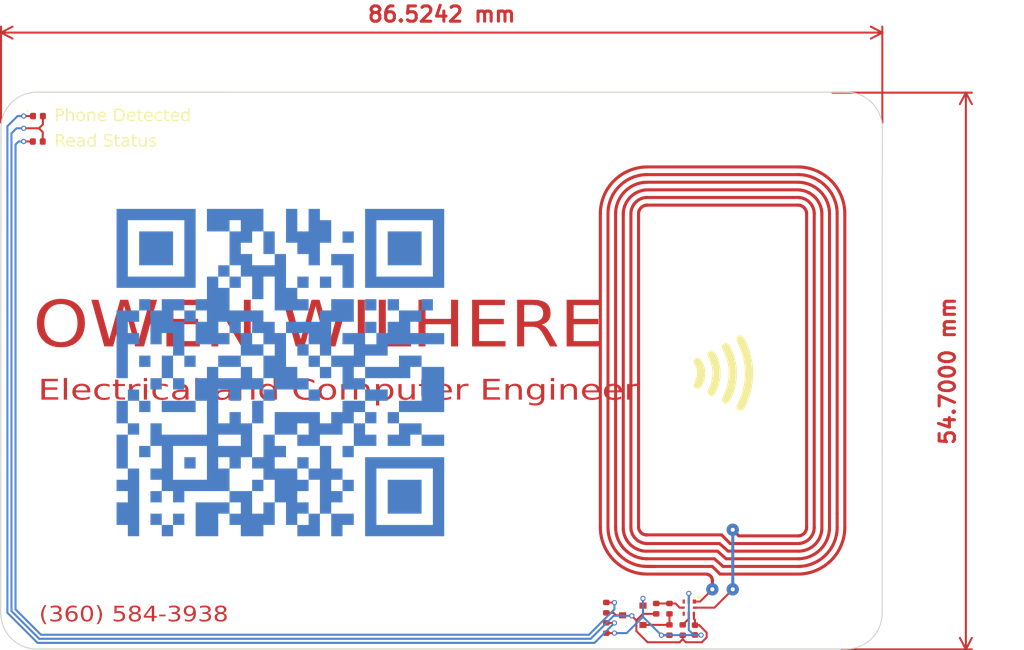
<source format=kicad_pcb>
(kicad_pcb (version 20240108) (generator "pcbnew") (generator_version "8.0")
  (layers (0 "F.Cu" signal) (31 "B.Cu" signal) (34 "B.Paste" user) (35 "F.Paste" user) (36 "B.SilkS" user "B.Silkscreen") (37 "F.SilkS" user "F.Silkscreen") (38 "B.Mask" user) (39 "F.Mask" user) (44 "Edge.Cuts" user))
  (net 0 "")
  (net 1 "GND")
  (net 3 "Net-(U1-LA)")
  (net 5 "Net-(LED1-A)")
  (net 6 "Net-(LED1-K)")
  (net 7 "Net-(LED2-K)")
  (net 8 "Net-(Q1-Pad1)")
  (net 9 "Net-(Q1-Pad3)")
  (net 10 "Net-(U1-FD)")
  (net 11 "Net-(U1-VCC)")
  (footprint "LED_SMD:LED_0402_1005Metric" (layer "F.Cu") (at 110.3 45.5)
    (property "Reference" "LED1" (hide yes))
    (property "Value" "LED" (hide yes))
  )
  (footprint "Resistor_SMD:R_0402_1005Metric" (layer "F.Cu") (at 166.1 93.8 -90)
    (property "Reference" "R2" (hide yes))
    (property "Value" "2.7K" (hide yes))
  )
  (footprint "Capacitor_SMD:C_0402_1005Metric" (layer "F.Cu") (at 174.8 96 -90)
    (property "Reference" "C1" (hide yes))
    (property "Value" "220nf" (hide yes))
  )
  (footprint "LOGO" (layer "F.Cu") (at 177.463811 70.625203)
    (property "Reference" "G***" (hide yes))
    (property "Value" "LOGO" (hide yes))
  )
  (footprint "Resistor_SMD:R_0402_1005Metric" (layer "F.Cu") (at 173.6 96 -90)
    (property "Reference" "R5" (hide yes))
    (property "Value" "0" (hide yes))
  )
  (footprint "Resistor_SMD:R_0402_1005Metric" (layer "F.Cu") (at 172.3 93.9 -90)
    (property "Reference" "R4" (hide yes))
    (property "Value" "47k" (hide yes))
  )
  (footprint "Resistor_SMD:R_0402_1005Metric" (layer "F.Cu") (at 172.3 96 -90)
    (property "Reference" "R6" (hide yes))
    (property "Value" "1M" (hide yes))
  )
  (footprint "Resistor_SMD:R_0402_1005Metric" (layer "F.Cu") (at 166.1 95.8 -90)
    (property "Reference" "R1" (hide yes))
    (property "Value" "2.7K" (hide yes))
  )
  (footprint "LED_SMD:LED_0402_1005Metric" (layer "F.Cu") (at 110.285 48)
    (property "Reference" "LED2" (hide yes))
    (property "Value" "LED" (hide yes))
  )
  (footprint "NT3H1101:IC_NT3H1101W0FHKH" (layer "F.Cu") (at 174.2 93.8 -90)
    (property "Reference" "U1" (hide yes))
    (property "Value" "NT3H1101W0FHKH" (hide yes))
  )
  (footprint "Resistor_SMD:R_0402_1005Metric" (layer "F.Cu") (at 171 93.9 90)
    (property "Reference" "R3" (hide yes))
    (property "Value" "100k" (hide yes))
  )
  (footprint "PMBT3904:TRANS_PMBT3904_215" (layer "F.Cu") (at 168.7 94.55 180)
    (property "Reference" "Q1" (hide yes))
    (property "Value" "~" (hide yes))
  )
  (footprint "LinkedIn QR code:LinkedIn_Qr_Code" (layer "B.Cu") (at 134.1 70.7 180)
    (property "Reference" "G***" (hide yes))
    (property "Value" "LOGO" (hide yes))
  )
  (footprint "LinkedIn QR code:LinkedIn_Qr_Code" (layer "B.Cu") (at 134.1 70.7 180)
    (property "Reference" "G***" (hide yes))
    (property "Value" "LOGO" (hide yes))
  )
  (gr_line (start 193.109981 95.063967) (end 193.163427 94.716569) (stroke (width 0.1)) (layer "Edge.Cuts"))
  (gr_line (start 106.745495 45.951407) (end 106.692269 46.298672) (stroke (width 0.1)) (layer "Edge.Cuts"))
  (gr_line (start 107.272595 44.70031) (end 107.096896 44.989179) (stroke (width 0.1)) (layer "Edge.Cuts"))
  (gr_line (start 191.653716 43.754632) (end 191.36532 43.578933) (stroke (width 0.1)) (layer "Edge.Cuts"))
  (gr_line (start 109.452436 97.788113) (end 109.799701 97.841559) (stroke (width 0.1)) (layer "Edge.Cuts"))
  (gr_line (start 107.255662 96.314915) (end 107.4572 96.58479) (stroke (width 0.1)) (layer "Edge.Cuts"))
  (gr_line (start 192.758085 96.02652) (end 192.905987 95.720662) (stroke (width 0.1)) (layer "Edge.Cuts"))
  (gr_line (start 106.932685 95.720662) (end 107.079963 96.02652) (stroke (width 0.1)) (layer "Edge.Cuts"))
  (gr_line (start 107.932105 97.059187) (end 108.20134 97.260535) (stroke (width 0.1)) (layer "Edge.Cuts"))
  (gr_line (start 110.157285 97.859551) (end 189.68125 97.859551) (stroke (width 0.1)) (layer "Edge.Cuts"))
  (gr_line (start 110.174218 43.156219) (end 110.174218 43.156219) (stroke (width 0.1)) (layer "Edge.Cuts"))
  (gr_line (start 109.816634 43.174306) (end 109.469369 43.227533) (stroke (width 0.1)) (layer "Edge.Cuts"))
  (gr_line (start 192.172034 44.182513) (end 191.92359 43.95617) (stroke (width 0.1)) (layer "Edge.Cuts"))
  (gr_line (start 108.490209 97.436218) (end 108.796133 97.58412) (stroke (width 0.1)) (layer "Edge.Cuts"))
  (gr_line (start 190.05537 43.174306) (end 189.698183 43.156219) (stroke (width 0.1)) (layer "Edge.Cuts"))
  (gr_line (start 190.737994 43.313832) (end 190.402767 43.227533) (stroke (width 0.1)) (layer "Edge.Cuts"))
  (gr_line (start 108.813066 43.431656) (end 108.507142 43.578933) (stroke (width 0.1)) (layer "Edge.Cuts"))
  (gr_line (start 191.636783 97.260535) (end 191.906657 97.059187) (stroke (width 0.1)) (layer "Edge.Cuts"))
  (gr_line (start 192.775018 44.989179) (end 192.599864 44.70031) (stroke (width 0.1)) (layer "Edge.Cuts"))
  (gr_line (start 106.814862 95.399194) (end 106.932685 95.720662) (stroke (width 0.1)) (layer "Edge.Cuts"))
  (gr_line (start 191.92359 43.95617) (end 191.653716 43.754632) (stroke (width 0.1)) (layer "Edge.Cuts"))
  (gr_line (start 193.163427 94.716569) (end 193.181418 94.359382) (stroke (width 0.1)) (layer "Edge.Cuts"))
  (gr_line (start 107.700476 44.182513) (end 107.474133 44.431076) (stroke (width 0.1)) (layer "Edge.Cuts"))
  (gr_line (start 106.674182 46.656256) (end 106.643618 94.359382) (stroke (width 0.1)) (layer "Edge.Cuts"))
  (gr_line (start 193.18036 46.298672) (end 193.126914 45.951407) (stroke (width 0.1)) (layer "Edge.Cuts"))
  (gr_line (start 190.721061 97.701859) (end 191.042529 97.58412) (stroke (width 0.1)) (layer "Edge.Cuts"))
  (gr_line (start 192.905987 95.720662) (end 193.023727 95.399194) (stroke (width 0.1)) (layer "Edge.Cuts"))
  (gr_line (start 190.402767 43.227533) (end 190.05537 43.174306) (stroke (width 0.1)) (layer "Edge.Cuts"))
  (gr_line (start 192.381055 96.58479) (end 192.582931 96.314915) (stroke (width 0.1)) (layer "Edge.Cuts"))
  (gr_line (start 109.134494 43.313832) (end 108.813066 43.431656) (stroke (width 0.1)) (layer "Edge.Cuts"))
  (gr_line (start 107.4572 96.58479) (end 107.683543 96.833233) (stroke (width 0.1)) (layer "Edge.Cuts"))
  (gr_line (start 191.36532 43.578933) (end 191.059462 43.431656) (stroke (width 0.1)) (layer "Edge.Cuts"))
  (gr_line (start 109.799701 97.841559) (end 110.157285 97.859551) (stroke (width 0.1)) (layer "Edge.Cuts"))
  (gr_line (start 191.348387 97.436218) (end 191.636783 97.260535) (stroke (width 0.1)) (layer "Edge.Cuts"))
  (gr_line (start 109.117561 97.701859) (end 109.452436 97.788113) (stroke (width 0.1)) (layer "Edge.Cuts"))
  (gr_line (start 189.698183 43.156219) (end 110.174218 43.152982) (stroke (width 0.1)) (layer "Edge.Cuts"))
  (gr_line (start 190.038437 97.841559) (end 190.385834 97.788113) (stroke (width 0.1)) (layer "Edge.Cuts"))
  (gr_line (start 193.198351 46.656256) (end 193.18036 46.298672) (stroke (width 0.1)) (layer "Edge.Cuts"))
  (gr_line (start 192.599864 44.70031) (end 192.397988 44.431076) (stroke (width 0.1)) (layer "Edge.Cuts"))
  (gr_line (start 106.949618 45.295103) (end 106.831795 45.616532) (stroke (width 0.1)) (layer "Edge.Cuts"))
  (gr_line (start 191.059462 43.431656) (end 190.737994 43.313832) (stroke (width 0.1)) (layer "Edge.Cuts"))
  (gr_line (start 107.683543 96.833233) (end 107.932105 97.059187) (stroke (width 0.1)) (layer "Edge.Cuts"))
  (gr_line (start 109.469369 43.227533) (end 109.134494 43.313832) (stroke (width 0.1)) (layer "Edge.Cuts"))
  (gr_line (start 107.474133 44.431076) (end 107.272595 44.70031) (stroke (width 0.1)) (layer "Edge.Cuts"))
  (gr_line (start 110.174218 43.152982) (end 109.816634 43.174306) (stroke (width 0.1)) (layer "Edge.Cuts"))
  (gr_line (start 106.831795 45.616532) (end 106.745495 45.951407) (stroke (width 0.1)) (layer "Edge.Cuts"))
  (gr_line (start 193.181418 94.359382) (end 193.198351 46.656256) (stroke (width 0.1)) (layer "Edge.Cuts"))
  (gr_line (start 107.079963 96.02652) (end 107.255662 96.314915) (stroke (width 0.1)) (layer "Edge.Cuts"))
  (gr_line (start 192.155101 96.833233) (end 192.381055 96.58479) (stroke (width 0.1)) (layer "Edge.Cuts"))
  (gr_line (start 106.643618 94.359382) (end 106.675336 94.716569) (stroke (width 0.1)) (layer "Edge.Cuts"))
  (gr_line (start 106.728562 95.063967) (end 106.814862 95.399194) (stroke (width 0.1)) (layer "Edge.Cuts"))
  (gr_line (start 107.096896 44.989179) (end 106.949618 45.295103) (stroke (width 0.1)) (layer "Edge.Cuts"))
  (gr_line (start 192.92292 45.295103) (end 192.775018 44.989179) (stroke (width 0.1)) (layer "Edge.Cuts"))
  (gr_line (start 106.675336 94.716569) (end 106.728562 95.063967) (stroke (width 0.1)) (layer "Edge.Cuts"))
  (gr_line (start 108.796133 97.58412) (end 109.117561 97.701859) (stroke (width 0.1)) (layer "Edge.Cuts"))
  (gr_line (start 192.582931 96.314915) (end 192.758085 96.02652) (stroke (width 0.1)) (layer "Edge.Cuts"))
  (gr_line (start 106.692269 46.298672) (end 106.674182 46.656256) (stroke (width 0.1)) (layer "Edge.Cuts"))
  (gr_line (start 193.126914 45.951407) (end 193.04066 45.616532) (stroke (width 0.1)) (layer "Edge.Cuts"))
  (gr_line (start 192.397988 44.431076) (end 192.172034 44.182513) (stroke (width 0.1)) (layer "Edge.Cuts"))
  (gr_line (start 108.20134 97.260535) (end 108.490209 97.436218) (stroke (width 0.1)) (layer "Edge.Cuts"))
  (gr_line (start 108.507142 43.578933) (end 108.218273 43.754632) (stroke (width 0.1)) (layer "Edge.Cuts"))
  (gr_line (start 108.218273 43.754632) (end 107.949038 43.95617) (stroke (width 0.1)) (layer "Edge.Cuts"))
  (gr_line (start 193.023727 95.399194) (end 193.109981 95.063967) (stroke (width 0.1)) (layer "Edge.Cuts"))
  (gr_line (start 193.04066 45.616532) (end 192.92292 45.295103) (stroke (width 0.1)) (layer "Edge.Cuts"))
  (gr_line (start 191.906657 97.059187) (end 192.155101 96.833233) (stroke (width 0.1)) (layer "Edge.Cuts"))
  (gr_line (start 191.042529 97.58412) (end 191.348387 97.436218) (stroke (width 0.1)) (layer "Edge.Cuts"))
  (gr_line (start 190.385834 97.788113) (end 190.721061 97.701859) (stroke (width 0.1)) (layer "Edge.Cuts"))
  (gr_line (start 107.949038 43.95617) (end 107.700476 44.182513) (stroke (width 0.1)) (layer "Edge.Cuts"))
  (gr_line (start 189.68125 97.859551) (end 190.038437 97.841559) (stroke (width 0.1)) (layer "Edge.Cuts"))
  (gr_text "OWEN WILHERE" (at 109.8 68.9 0) (layer "F.Cu") (effects (font (size 4.5 5) (thickness 0.5)) (justify left bottom)))
  (gr_text "Electrical and Computer Engineer" (at 110.3 73.7 0) (layer "F.Cu") (effects (font (size 2 2.5) (thickness 0.5)) (justify left bottom)))
  (gr_text "(360) 584-3938" (at 110.4 95.4 0) (layer "F.Cu") (effects (font (size 1.5 1.7) (thickness 0.325)) (justify left bottom)))
  (gr_text "Phone Detected" (at 111.9 46.2 0) (layer "F.SilkS") (effects (font (size 1.2 1.2) (thickness 0.1)) (justify left bottom)))
  (gr_text "Read Status" (at 111.9 48.7 0) (layer "F.SilkS") (effects (font (size 1.2 1.2) (thickness 0.1)) (justify left bottom)))
  (dimension (type orthogonal) (layer "F.Cu") (pts (xy 187.8 43.2) (xy 188.7 97.9)) (height 13.6) (orientation 1) (gr_text "54.7000 mm" (at 199.6 70.55 90) (layer "F.Cu") (effects (font (size 1.5 1.5) (thickness 0.3)))) (format (prefix "") (suffix "") (units 3) (units_format 1) (precision 4)) (style (thickness 0.2) (arrow_length 1.27) (text_position_mode 0) (extension_height 0.58642) (extension_offset 0.5) keep_text_aligned))
  (dimension (type orthogonal) (layer "F.Cu") (pts (xy 106.674182 46.656256) (xy 193.198351 46.656256)) (height -9.356256) (orientation 0) (gr_text "86.5242 mm" (at 149.936267 35.5 0) (layer "F.Cu") (effects (font (size 1.5 1.5) (thickness 0.3)))) (format (prefix "") (suffix "") (units 3) (units_format 1) (precision 4)) (style (thickness 0.2) (arrow_length 1.27) (text_position_mode 0) (extension_height 0.58642) (extension_offset 0.5) keep_text_aligned))
  (segment (start 175.4 96.5) (end 174.82 96.5) (width 0.2) (layer "F.Cu") (net 1))
  (segment (start 174.82 96.5) (end 174.8 96.48) (width 0.2) (layer "F.Cu") (net 1))
  (segment (start 174.2 92.4) (end 174.2 93.2) (width 0.2) (layer "F.Cu") (net 1))
  (segment (start 171.51 96.51) (end 172.3 96.51) (width 0.2) (layer "F.Cu") (net 1))
  (segment (start 166.9 96.3) (end 166.11 96.3) (width 0.2) (layer "F.Cu") (net 1))
  (segment (start 169.7 93.6) (end 169.7 92.9) (width 0.2) (layer "F.Cu") (net 1))
  (segment (start 166.11 96.3) (end 166.1 96.31) (width 0.2) (layer "F.Cu") (net 1))
  (via (at 169.7 92.9) (size 0.5) (drill 0.3) (layers "F.Cu" "B.Cu") (net 1))
  (via (at 174.2 92.4) (size 0.5) (drill 0.3) (layers "F.Cu" "B.Cu") (net 1))
  (via (at 171.51 96.51) (size 0.5) (drill 0.3) (layers "F.Cu" "B.Cu") (net 1))
  (via (at 175.4 96.5) (size 0.5) (drill 0.3) (layers "F.Cu" "B.Cu") (net 1))
  (via (at 166.9 96.3) (size 0.5) (drill 0.3) (layers "F.Cu" "B.Cu") (net 1))
  (segment (start 169.7 94.7) (end 169.7 92.9) (width 0.2) (layer "B.Cu") (net 1))
  (segment (start 175.4 96.5) (end 174.7 96.5) (width 0.2) (layer "B.Cu") (net 1))
  (segment (start 166.9 96.3) (end 168.1 96.3) (width 0.2) (layer "B.Cu") (net 1))
  (segment (start 171.51 96.51) (end 171.52 96.5) (width 0.2) (layer "B.Cu") (net 1))
  (segment (start 171.52 96.5) (end 175.4 96.5) (width 0.2) (layer "B.Cu") (net 1))
  (segment (start 174.7 96.5) (end 174.2 96) (width 0.2) (layer "B.Cu") (net 1))
  (segment (start 174.2 96) (end 174.2 92.4) (width 0.2) (layer "B.Cu") (net 1))
  (segment (start 168.1 96.3) (end 169.7 94.7) (width 0.2) (layer "B.Cu") (net 1))
  (segment (start 171.51 96.51) (end 169.7 94.7) (width 0.2) (layer "B.Cu") (net 1))
  (segment (start 168.61061 50.754) (end 168.40487 50.8302) (width 0.29972) (layer "F.Cu") (net 3))
  (segment (start 167.18821 86.9236) (end 167.13741 86.7585) (width 0.29972) (layer "F.Cu") (net 3))
  (segment (start 188.45309 87.4189) (end 188.37181 87.5967) (width 0.29972) (layer "F.Cu") (net 3))
  (segment (start 188.58771 53.94678) (end 188.52675 53.76136) (width 0.29972) (layer "F.Cu") (net 3))
  (segment (start 168.24485 89.26802) (end 168.07721 89.16896) (width 0.29972) (layer "F.Cu") (net 3))
  (segment (start 176.44143 90.8479) (end 176.47191 90.91902) (width 0.29972) (layer "F.Cu") (net 3))
  (segment (start 177.01293 88.24948) (end 177.86383 88.99878) (width 0.29972) (layer "F.Cu") (net 3))
  (segment (start 167.01295 55.09994) (end 167.01295 85.89998) (width 0.29972) (layer "F.Cu") (net 3))
  (segment (start 185.09267 86.7331) (end 185.17903 86.71024) (width 0.29972) (layer "F.Cu") (net 3))
  (segment (start 185.49907 89.70744) (end 185.30349 89.7303) (width 0.29972) (layer "F.Cu") (net 3))
  (segment (start 185.26031 54.3227) (end 185.17903 54.28968) (width 0.29972) (layer "F.Cu") (net 3))
  (segment (start 185.76577 55.09994) (end 185.76069 55.01104) (width 0.29972) (layer "F.Cu") (net 3))
  (segment (start 168.40487 50.8302) (end 168.20421 50.91656) (width 0.29972) (layer "F.Cu") (net 3))
  (segment (start 186.43633 86.39528) (end 186.39315 86.51212) (width 0.29972) (layer "F.Cu") (net 3))
  (segment (start 168.89763 54.06108) (end 168.81889 54.16014) (width 0.29972) (layer "F.Cu") (net 3))
  (segment (start 185.85467 87.19538) (end 185.75053 87.26396) (width 0.29972) (layer "F.Cu") (net 3))
  (segment (start 170.11429 53.49974) (end 184.91487 53.49974) (width 0.29972) (layer "F.Cu") (net 3))
  (segment (start 189.38527 86.98456) (end 189.32939 87.19538) (width 0.29972) (layer "F.Cu") (net 3))
  (segment (start 188.72233 54.51574) (end 188.68677 54.32524) (width 0.29972) (layer "F.Cu") (net 3))
  (segment (start 185.72513 86.16414) (end 185.74799 86.07778) (width 0.29972) (layer "F.Cu") (net 3))
  (segment (start 166.24333 52.61328) (end 166.13157 52.7987) (width 0.29972) (layer "F.Cu") (net 3))
  (segment (start 169.23037 88.09454) (end 169.37007 88.14534) (width 0.29972) (layer "F.Cu") (net 3))
  (segment (start 166.93929 89.22992) (end 166.78435 89.07498) (width 0.29972) (layer "F.Cu") (net 3))
  (segment (start 169.98983 53.50482) (end 169.86283 53.52006) (width 0.29972) (layer "F.Cu") (net 3))
  (segment (start 165.76835 53.59626) (end 165.69977 53.80454) (width 0.29972) (layer "F.Cu") (net 3))
  (segment (start 186.54301 53.43624) (end 186.64715 53.54546) (width 0.29972) (layer "F.Cu") (net 3))
  (segment (start 169.81203 88.23932) (end 169.96189 88.24948) (width 0.29972) (layer "F.Cu") (net 3))
  (segment (start 169.61899 87.42144) (end 169.74091 87.457) (width 0.29972) (layer "F.Cu") (net 3))
  (segment (start 186.56333 52.47612) (end 186.41347 52.38722) (width 0.29972) (layer "F.Cu") (net 3))
  (segment (start 186.70811 88.42728) (end 186.84781 88.32314) (width 0.29972) (layer "F.Cu") (net 3))
  (segment (start 185.41525 86.58832) (end 185.48383 86.53244) (width 0.29972) (layer "F.Cu") (net 3))
  (segment (start 167.77749 54.89928) (end 167.76733 55.04914) (width 0.29972) (layer "F.Cu") (net 3))
  (segment (start 167.46253 88.69144) (end 167.32283 88.55174) (width 0.29972) (layer "F.Cu") (net 3))
  (segment (start 175.31107 93.2) (end 174.75 93.2) (width 0.2) (layer "F.Cu") (net 3))
  (segment (start 186.10105 52.23736) (end 185.93849 52.17386) (width 0.29972) (layer "F.Cu") (net 3))
  (segment (start 177.86383 88.99878) (end 184.91487 88.99878) (width 0.29972) (layer "F.Cu") (net 3))
  (segment (start 187.10689 88.092) (end 187.22627 87.965) (width 0.29972) (layer "F.Cu") (net 3))
  (segment (start 166.65735 87.5967) (end 166.57607 87.4189) (width 0.29972) (layer "F.Cu") (net 3))
  (segment (start 168.58521 87.71354) (end 168.70205 87.80752) (width 0.29972) (layer "F.Cu") (net 3))
  (segment (start 186.41855 90.24592) (end 186.21027 90.3145) (width 0.29972) (layer "F.Cu") (net 3))
  (segment (start 186.51507 85.89998) (end 186.50999 86.02444) (width 0.29972) (layer "F.Cu") (net 3))
  (segment (start 169.09067 88.82606) (end 168.92811 88.76256) (width 0.29972) (layer "F.Cu") (net 3))
  (segment (start 169.96189 88.24948) (end 170.11429 88.25202) (width 0.29972) (layer "F.Cu") (net 3))
  (segment (start 185.13331 50.50508) (end 185.35175 50.52032) (width 0.29972) (layer "F.Cu") (net 3))
  (segment (start 185.11045 89.74554) (end 184.91487 89.75062) (width 0.29972) (layer "F.Cu") (net 3))
  (segment (start 185.03933 87.4951) (end 184.91487 87.50018) (width 0.29972) (layer "F.Cu") (net 3))
  (segment (start 166.02489 52.99174) (end 165.93091 53.18986) (width 0.29972) (layer "F.Cu") (net 3))
  (segment (start 169.28117 54.92214) (end 169.30403 54.83578) (width 0.29972) (layer "F.Cu") (net 3))
  (segment (start 189.00427 52.99174) (end 189.09825 53.18986) (width 0.29972) (layer "F.Cu") (net 3))
  (segment (start 186.51253 55.09994) (end 186.51253 85.89998) (width 0.29972) (layer "F.Cu") (net 3))
  (segment (start 189.50973 54.8815) (end 189.51481 55.09994) (width 0.29972) (layer "F.Cu") (net 3))
  (segment (start 168.48615 53.43624) (end 168.38201 53.54546) (width 0.29972) (layer "F.Cu") (net 3))
  (segment (start 175.86485 90.49992) (end 175.94359 90.505) (width 0.29972) (layer "F.Cu") (net 3))
  (segment (start 186.61159 89.35692) (end 186.43379 89.4382) (width 0.29972) (layer "F.Cu") (net 3))
  (segment (start 166.63703 88.91242) (end 166.49733 88.74224) (width 0.29972) (layer "F.Cu") (net 3))
  (segment (start 188.64359 54.13474) (end 188.58771 53.94678) (width 0.29972) (layer "F.Cu") (net 3))
  (segment (start 167.46253 52.30848) (end 167.60731 52.17894) (width 0.29972) (layer "F.Cu") (net 3))
  (segment (start 166.50241 53.76136) (end 166.57607 53.58102) (width 0.29972) (layer "F.Cu") (net 3))
  (segment (start 166.78435 51.92494) (end 166.63703 52.0875) (width 0.29972) (layer "F.Cu") (net 3))
  (segment (start 170.11429 50.5) (end 184.91487 50.5) (width 0.29972) (layer "F.Cu") (net 3))
  (segment (start 170.11429 89.75062) (end 170.86359 89.75062) (width 0.29972) (layer "F.Cu") (net 3))
  (segment (start 167.60731 52.17894) (end 167.75717 52.05448) (width 0.29972) (layer "F.Cu") (net 3))
  (segment (start 167.05867 86.41814) (end 167.03581 86.24796) (width 0.29972) (layer "F.Cu") (net 3))
  (segment (start 166.13157 88.20122) (end 166.02489 88.00818) (width 0.29972) (layer "F.Cu") (net 3))
  (segment (start 185.13331 90.49484) (end 184.91487 90.49992) (width 0.29972) (layer "F.Cu") (net 3))
  (segment (start 167.91465 89.05974) (end 167.75717 88.94544) (width 0.29972) (layer "F.Cu") (net 3))
  (segment (start 189.26081 53.59626) (end 189.32939 53.80454) (width 0.29972) (layer "F.Cu") (net 3))
  (segment (start 165.84455 87.6094) (end 165.76835 87.40366) (width 0.29972) (layer "F.Cu") (net 3))
  (segment (start 167.82829 54.6021) (end 167.79781 54.74942) (width 0.29972) (layer "F.Cu") (net 3))
  (segment (start 167.32283 88.55174) (end 167.19329 88.40696) (width 0.29972) (layer "F.Cu") (net 3))
  (segment (start 187.10689 52.90792) (end 186.97989 52.78854) (width 0.29972) (layer "F.Cu") (net 3))
  (segment (start 187.27199 88.94544) (end 187.11451 89.05974) (width 0.29972) (layer "F.Cu") (net 3))
  (segment (start 170.11429 90.49992) (end 175.86485 90.49992) (width 0.29972) (layer "F.Cu") (net 3))
  (segment (start 189.51481 85.89998) (end 189.51481 55.09994) (width 0.29972) (layer "F.Cu") (net 3))
  (segment (start 186.91639 53.90614) (end 186.99005 54.03822) (width 0.29972) (layer "F.Cu") (net 3))
  (segment (start 167.95783 86.87788) (end 168.02133 87.0125) (width 0.29972) (layer "F.Cu") (net 3))
  (segment (start 168.04927 88.21138) (end 167.92227 88.092) (width 0.29972) (layer "F.Cu") (net 3))
  (segment (start 185.74799 54.92214) (end 185.72513 54.83578) (width 0.29972) (layer "F.Cu") (net 3))
  (segment (start 169.17449 53.80454) (end 169.07543 53.88328) (width 0.29972) (layer "F.Cu") (net 3))
  (segment (start 167.06883 52.74282) (end 167.19329 52.59296) (width 0.29972) (layer "F.Cu") (net 3))
  (segment (start 168.51917 54.97548) (end 168.51409 55.09994) (width 0.29972) (layer "F.Cu") (net 3))
  (segment (start 167.02057 54.92722) (end 167.03581 54.75196) (width 0.29972) (layer "F.Cu") (net 3))
  (segment (start 166.95453 52.9003) (end 167.06883 52.74282) (width 0.29972) (layer "F.Cu") (net 3))
  (segment (start 186.33981 86.62642) (end 186.27885 86.73564) (width 0.29972) (layer "F.Cu") (net 3))
  (segment (start 169.76631 88.97846) (end 169.59613 88.9556) (width 0.29972) (layer "F.Cu") (net 3))
  (segment (start 185.77339 52.12306) (end 185.60321 52.07988) (width 0.29972) (layer "F.Cu") (net 3))
  (segment (start 187.25675 86.15144) (end 187.26437 86.00158) (width 0.29972) (layer "F.Cu") (net 3))
  (segment (start 168.18135 88.32314) (end 168.04927 88.21138) (width 0.29972) (layer "F.Cu") (net 3))
  (segment (start 168.46583 52.47612) (end 168.61569 52.38722) (width 0.29972) (layer "F.Cu") (net 3))
  (segment (start 169.37007 88.14534) (end 169.51739 88.18598) (width 0.29972) (layer "F.Cu") (net 3))
  (segment (start 185.52701 53.62166) (end 185.64131 53.675) (width 0.29972) (layer "F.Cu") (net 3))
  (segment (start 176.51255 89.75062) (end 170.86359 89.75062) (width 0.29972) (layer "F.Cu") (net 3))
  (segment (start 185.65147 86.32416) (end 185.69211 86.24542) (width 0.29972) (layer "F.Cu") (net 3))
  (segment (start 167.81559 86.44862) (end 167.85369 86.5934) (width 0.29972) (layer "F.Cu") (net 3))
  (segment (start 167.91465 54.31254) (end 167.86639 54.45732) (width 0.29972) (layer "F.Cu") (net 3))
  (segment (start 188.08987 51.77) (end 188.24481 51.92494) (width 0.29972) (layer "F.Cu") (net 3))
  (segment (start 167.09423 54.4116) (end 167.13741 54.24142) (width 0.29972) (layer "F.Cu") (net 3))
  (segment (start 168.81889 50.68542) (end 168.61061 50.754) (width 0.29972) (layer "F.Cu") (net 3))
  (segment (start 168.20421 90.08336) (end 168.00609 89.98938) (width 0.29972) (layer "F.Cu") (net 3))
  (segment (start 187.26437 55.199) (end 187.26437 85.99904) (width 0.29972) (layer "F.Cu") (net 3))
  (segment (start 187.25167 54.89928) (end 187.26183 55.04914) (width 0.29972) (layer "F.Cu") (net 3))
  (segment (start 186.41347 88.6127) (end 186.56333 88.5238) (width 0.29972) (layer "F.Cu") (net 3))
  (segment (start 168.28295 53.65976) (end 168.19405 53.78168) (width 0.29972) (layer "F.Cu") (net 3))
  (segment (start 167.09423 86.58832) (end 167.05867 86.41814) (width 0.29972) (layer "F.Cu") (net 3))
  (segment (start 168.36677 87.50526) (end 168.47091 87.61194) (width 0.29972) (layer "F.Cu") (net 3))
  (segment (start 169.02971 90.37038) (end 168.81889 90.3145) (width 0.29972) (layer "F.Cu") (net 3))
  (segment (start 168.89763 86.93884) (end 168.98399 87.03028) (width 0.29972) (layer "F.Cu") (net 3))
  (segment (start 188.66137 52.43294) (end 188.78583 52.61328) (width 0.29972) (layer "F.Cu") (net 3))
  (segment (start 185.76069 85.98888) (end 185.76577 85.89998) (width 0.29972) (layer "F.Cu") (net 3))
  (segment (start 167.13741 86.7585) (end 167.09423 86.58832) (width 0.29972) (layer "F.Cu") (net 3))
  (segment (start 186.13153 86.93884) (end 186.04517 87.03028) (width 0.29972) (layer "F.Cu") (net 3))
  (segment (start 167.25171 87.08616) (end 167.18821 86.9236) (width 0.29972) (layer "F.Cu") (net 3))
  (segment (start 187.40153 89.77094) (end 187.21357 89.8827) (width 0.29972) (layer "F.Cu") (net 3))
  (segment (start 185.48383 54.46748) (end 185.41525 54.4116) (width 0.29972) (layer "F.Cu") (net 3))
  (segment (start 184.91487 89.75062) (end 177.56411 89.75062) (width 0.29972) (layer "F.Cu") (net 3))
  (segment (start 168.38201 53.54546) (end 168.28295 53.65976) (width 0.29972) (layer "F.Cu") (net 3))
  (segment (start 186.82495 90.08336) (end 186.62429 90.16972) (width 0.29972) (layer "F.Cu") (net 3))
  (segment (start 167.25171 53.91376) (end 167.32283 53.75628) (width 0.29972) (layer "F.Cu") (net 3))
  (segment (start 166.26365 55.09994) (end 166.26873 54.90436) (width 0.29972) (layer "F.Cu") (net 3))
  (segment (start 186.04517 53.96964) (end 186.13153 54.06108) (width 0.29972) (layer "F.Cu") (net 3))
  (segment (start 169.14909 89.6287) (end 168.96113 89.57282) (width 0.29972) (layer "F.Cu") (net 3))
  (segment (start 166.95453 88.09962) (end 166.84531 87.93706) (width 0.29972) (layer "F.Cu") (net 3))
  (segment (start 166.49733 88.74224) (end 166.36779 88.56698) (width 0.29972) (layer "F.Cu") (net 3))
  (segment (start 165.56007 86.5553) (end 165.53467 86.33686) (width 0.29972) (layer "F.Cu") (net 3))
  (segment (start 184.91233 88.25202) (end 185.06473 88.24948) (width 0.29972) (layer "F.Cu") (net 3))
  (segment (start 189.00427 88.00818) (end 188.89759 88.19868) (width 0.29972) (layer "F.Cu") (net 3))
  (segment (start 169.54533 54.46748) (end 169.61391 54.4116) (width 0.29972) (layer "F.Cu") (net 3))
  (segment (start 185.93595 88.03612) (end 186.07057 87.96754) (width 0.29972) (layer "F.Cu") (net 3))
  (segment (start 187.96033 88.2571) (end 187.83587 88.40696) (width 0.29972) (layer "F.Cu") (net 3))
  (segment (start 176.71259 93.8) (end 174.8 93.8) (width 0.2) (layer "F.Cu") (net 3))
  (segment (start 168.26771 87.39096) (end 168.36677 87.50526) (width 0.29972) (layer "F.Cu") (net 3))
  (segment (start 185.65401 52.88506) (end 185.79371 52.9384) (width 0.29972) (layer "F.Cu") (net 3))
  (segment (start 188.72233 86.48418) (end 188.68677 86.67468) (width 0.29972) (layer "F.Cu") (net 3))
  (segment (start 188.01367 85.89998) (end 188.01367 55.09994) (width 0.29972) (layer "F.Cu") (net 3))
  (segment (start 166.13157 52.7987) (end 166.02489 52.99174) (width 0.29972) (layer "F.Cu") (net 3))
  (segment (start 187.12467 86.73818) (end 187.17293 86.5934) (width 0.29972) (layer "F.Cu") (net 3))
  (segment (start 186.25345 51.48806) (end 186.06803 51.4271) (width 0.29972) (layer "F.Cu") (net 3))
  (segment (start 188.37181 53.40322) (end 188.28291 53.2305) (width 0.29972) (layer "F.Cu") (net 3))
  (segment (start 167.49047 53.45148) (end 167.58699 53.3067) (width 0.29972) (layer "F.Cu") (net 3))
  (segment (start 185.41525 54.4116) (end 185.33905 54.36334) (width 0.29972) (layer "F.Cu") (net 3))
  (segment (start 186.39315 54.4878) (end 186.43633 54.60464) (width 0.29972) (layer "F.Cu") (net 3))
  (segment (start 187.62759 53.60134) (end 187.53869 53.45148) (width 0.29972) (layer "F.Cu") (net 3))
  (segment (start 168.59791 53.33464) (end 168.48615 53.43624) (width 0.29972) (layer "F.Cu") (net 3))
  (segment (start 185.08759 88.9937) (end 185.26285 88.97846) (width 0.29972) (layer "F.Cu") (net 3))
  (segment (start 185.88007 89.6287) (end 185.68957 89.67188) (width 0.29972) (layer "F.Cu") (net 3))
  (segment (start 168.71475 53.23812) (end 168.59791 53.33464) (width 0.29972) (layer "F.Cu") (net 3))
  (segment (start 189.51481 85.89998) (end 189.50973 86.11842) (width 0.29972) (layer "F.Cu") (net 3))
  (segment (start 186.06803 51.4271) (end 185.88007 51.37122) (width 0.29972) (layer "F.Cu") (net 3))
  (segment (start 167.10185 89.37724) (end 166.93929 89.22992) (width 0.29972) (layer "F.Cu") (net 3))
  (segment (start 185.54733 54.53098) (end 185.48383 54.46748) (width 0.29972) (layer "F.Cu") (net 3))
  (segment (start 169.51739 88.18598) (end 169.66471 88.21646) (width 0.29972) (layer "F.Cu") (net 3))
  (segment (start 168.41757 51.643) (end 168.59537 51.56172) (width 0.29972) (layer "F.Cu") (net 3))
  (segment (start 169.50215 87.37826) (end 169.61899 87.42144) (width 0.29972) (layer "F.Cu") (net 3))
  (segment (start 185.99945 90.37038) (end 185.78609 90.4161) (width 0.29972) (layer "F.Cu") (net 3))
  (segment (start 166.30683 54.51574) (end 166.34239 54.32524) (width 0.29972) (layer "F.Cu") (net 3))
  (segment (start 169.37769 54.67576) (end 169.42595 54.59956) (width 0.29972) (layer "F.Cu") (net 3))
  (segment (start 169.70535 86.568) (end 169.78409 86.60102) (width 0.29972) (layer "F.Cu") (net 3))
  (segment (start 167.75717 88.94544) (end 167.60731 88.82098) (width 0.29972) (layer "F.Cu") (net 3))
  (segment (start 187.44217 53.3067) (end 187.33803 53.167) (width 0.29972) (layer "F.Cu") (net 3))
  (segment (start 185.41017 53.57848) (end 185.52701 53.62166) (width 0.29972) (layer "F.Cu") (net 3))
  (segment (start 188.24481 89.07498) (end 188.08987 89.22992) (width 0.29972) (layer "F.Cu") (net 3))
  (segment (start 187.17293 86.5934) (end 187.21103 86.44862) (width 0.29972) (layer "F.Cu") (net 3))
  (segment (start 169.50215 86.42322) (end 169.56565 86.4791) (width 0.29972) (layer "F.Cu") (net 3))
  (segment (start 189.46909 86.5553) (end 189.43099 86.7712) (width 0.29972) (layer "F.Cu") (net 3))
  (segment (start 168.51409 55.09994) (end 168.51409 85.89998) (width 0.29972) (layer "F.Cu") (net 3))
  (segment (start 185.17903 86.71024) (end 185.26031 86.67722) (width 0.29972) (layer "F.Cu") (net 3))
  (segment (start 188.39213 88.91242) (end 188.24481 89.07498) (width 0.29972) (layer "F.Cu") (net 3))
  (segment (start 170.11429 89.75062) (end 169.91871 89.74554) (width 0.29972) (layer "F.Cu") (net 3))
  (segment (start 169.23545 52.9384) (end 169.09829 53.0019) (width 0.29972) (layer "F.Cu") (net 3))
  (segment (start 168.02133 87.0125) (end 168.09499 87.14458) (width 0.29972) (layer "F.Cu") (net 3))
  (segment (start 169.25577 88.87686) (end 169.09067 88.82606) (width 0.29972) (layer "F.Cu") (net 3))
  (segment (start 185.48383 86.53244) (end 185.54733 86.46894) (width 0.29972) (layer "F.Cu") (net 3))
  (segment (start 187.99335 86.24796) (end 188.00859 86.0727) (width 0.29972) (layer "F.Cu") (net 3))
  (segment (start 169.72567 89.7303) (end 169.53009 89.70744) (width 0.29972) (layer "F.Cu") (net 3))
  (segment (start 166.74625 53.2305) (end 166.84531 53.06286) (width 0.29972) (layer "F.Cu") (net 3))
  (segment (start 185.64131 53.675) (end 185.75053 53.73596) (width 0.29972) (layer "F.Cu") (net 3))
  (segment (start 168.68935 86.62642) (end 168.75031 86.73564) (width 0.29972) (layer "F.Cu") (net 3))
  (segment (start 167.79019 86.3013) (end 167.81559 86.44862) (width 0.29972) (layer "F.Cu") (net 3))
  (segment (start 184.91487 88.99878) (end 185.08759 88.9937) (width 0.29972) (layer "F.Cu") (net 3))
  (segment (start 185.35175 50.52032) (end 185.57019 50.54572) (width 0.29972) (layer "F.Cu") (net 3))
  (segment (start 170.02539 54.25412) (end 170.11429 54.24904) (width 0.29972) (layer "F.Cu") (net 3))
  (segment (start 186.21027 54.16014) (end 186.27885 54.26428) (width 0.29972) (layer "F.Cu") (net 3))
  (segment (start 186.25345 89.51186) (end 186.06803 89.57282) (width 0.29972) (layer "F.Cu") (net 3))
  (segment (start 170.11429 50.5) (end 169.89585 50.50508) (width 0.29972) (layer "F.Cu") (net 3))
  (segment (start 185.50923 88.18598) (end 185.65655 88.14534) (width 0.29972) (layer "F.Cu") (net 3))
  (segment (start 167.76225 86.00158) (end 167.76987 86.15144) (width 0.29972) (layer "F.Cu") (net 3))
  (segment (start 166.49733 52.25768) (end 166.36779 52.43294) (width 0.29972) (layer "F.Cu") (net 3))
  (segment (start 168.63601 86.51212) (end 168.68935 86.62642) (width 0.29972) (layer "F.Cu") (net 3))
  (segment (start 185.69211 86.24542) (end 185.72513 86.16414) (width 0.29972) (layer "F.Cu") (net 3))
  (segment (start 167.01549 55.09994) (end 167.02057 54.92722) (width 0.29972) (layer "F.Cu") (net 3))
  (segment (start 185.88007 51.37122) (end 185.68957 51.32804) (width 0.29972) (layer "F.Cu") (net 3))
  (segment (start 187.58187 89.64648) (end 187.40153 89.77094) (width 0.29972) (layer "F.Cu") (net 3))
  (segment (start 169.89585 50.50508) (end 169.67741 50.52032) (width 0.29972) (layer "F.Cu") (net 3))
  (segment (start 167.03581 86.24796) (end 167.02057 86.0727) (width 0.29972) (layer "F.Cu") (net 3))
  (segment (start 168.53441 54.84848) (end 168.51917 54.97548) (width 0.29972) (layer "F.Cu") (net 3))
  (segment (start 169.74091 87.457) (end 169.86283 87.47986) (width 0.29972) (layer "F.Cu") (net 3))
  (segment (start 186.62429 90.16972) (end 186.41855 90.24592) (width 0.29972) (layer "F.Cu") (net 3))
  (segment (start 176.23315 90.61422) (end 176.29665 90.66248) (width 0.29972) (layer "F.Cu") (net 3))
  (segment (start 185.16633 53.52006) (end 185.28825 53.54292) (width 0.29972) (layer "F.Cu") (net 3))
  (segment (start 169.56565 86.4791) (end 169.63423 86.52736) (width 0.29972) (layer "F.Cu") (net 3))
  (segment (start 168.75031 54.26428) (end 168.68935 54.3735) (width 0.29972) (layer "F.Cu") (net 3))
  (segment (start 186.47189 86.27336) (end 186.43633 86.39528) (width 0.29972) (layer "F.Cu") (net 3))
  (segment (start 169.61391 54.4116) (end 169.68757 54.36334) (width 0.29972) (layer "F.Cu") (net 3))
  (segment (start 187.20087 54.6021) (end 187.23135 54.74942) (width 0.29972) (layer "F.Cu") (net 3))
  (segment (start 187.92731 89.37724) (end 187.75713 89.51694) (width 0.29972) (layer "F.Cu") (net 3))
  (segment (start 188.18385 53.06286) (end 188.07463 52.9003) (width 0.29972) (layer "F.Cu") (net 3))
  (segment (start 169.38785 53.675) (end 169.27863 53.73596) (width 0.29972) (layer "F.Cu") (net 3))
  (segment (start 168.77571 51.48806) (end 168.96113 51.4271) (width 0.29972) (layer "F.Cu") (net 3))
  (segment (start 188.45309 53.58102) (end 188.37181 53.40322) (width 0.29972) (layer "F.Cu") (net 3))
  (segment (start 168.32105 88.42728) (end 168.18135 88.32314) (width 0.29972) (layer "F.Cu") (net 3))
  (segment (start 167.81559 51.11722) (end 167.62763 51.22898) (width 0.29972) (layer "F.Cu") (net 3))
  (segment (start 186.19249 53.15176) (end 186.31441 53.23812) (width 0.29972) (layer "F.Cu") (net 3))
  (segment (start 186.64715 53.54546) (end 186.74621 53.65976) (width 0.29972) (layer "F.Cu") (net 3))
  (segment (start 167.76733 55.04914) (end 167.76479 55.20154) (width 0.29972) (layer "F.Cu") (net 3))
  (segment (start 185.35175 90.4796) (end 185.13331 90.49484) (width 0.29972) (layer "F.Cu") (net 3))
  (segment (start 170.11429 88.24948) (end 177.01293 88.24948) (width 0.29972) (layer "F.Cu") (net 3))
  (segment (start 166.93929 51.77) (end 166.78435 51.92494) (width 0.29972) (layer "F.Cu") (net 3))
  (segment (start 176.35253 90.71836) (end 176.40079 90.78186) (width 0.29972) (layer "F.Cu") (net 3))
  (segment (start 169.72567 51.26962) (end 169.91871 51.25438) (width 0.29972) (layer "F.Cu") (net 3))
  (segment (start 167.02057 86.0727) (end 167.01549 85.89998) (width 0.29972) (layer "F.Cu") (net 3))
  (segment (start 185.78609 50.58382) (end 185.99945 50.62954) (width 0.29972) (layer "F.Cu") (net 3))
  (segment (start 189.32939 87.19538) (end 189.26081 87.40366) (width 0.29972) (layer "F.Cu") (net 3))
  (segment (start 188.07463 88.09962) (end 187.96033 88.2571) (width 0.29972) (layer "F.Cu") (net 3))
  (segment (start 188.64359 86.86518) (end 188.58771 87.05314) (width 0.29972) (layer "F.Cu") (net 3))
  (segment (start 169.68757 54.36334) (end 169.76885 54.3227) (width 0.29972) (layer "F.Cu") (net 3))
  (segment (start 186.50999 86.02444) (end 186.49475 86.15144) (width 0.29972) (layer "F.Cu") (net 3))
  (segment (start 168.00609 51.01054) (end 167.81559 51.11722) (width 0.29972) (layer "F.Cu") (net 3))
  (segment (start 166.57607 53.58102) (end 166.65735 53.40322) (width 0.29972) (layer "F.Cu") (net 3))
  (segment (start 167.80289 53.03492) (end 167.92227 52.90792) (width 0.29972) (layer "F.Cu") (net 3))
  (segment (start 169.42595 88.92004) (end 169.25577 88.87686) (width 0.29972) (layer "F.Cu") (net 3))
  (segment (start 165.84455 53.39052) (end 165.76835 53.59626) (width 0.29972) (layer "F.Cu") (net 3))
  (segment (start 168.18135 52.67678) (end 168.32105 52.57264) (width 0.29972) (layer "F.Cu") (net 3))
  (segment (start 187.44217 87.69322) (end 187.53869 87.54844) (width 0.29972) (layer "F.Cu") (net 3))
  (segment (start 168.92811 52.23736) (end 169.09067 52.17386) (width 0.29972) (layer "F.Cu") (net 3))
  (segment (start 185.28825 53.54292) (end 185.41017 53.57848) (width 0.29972) (layer "F.Cu") (net 3))
  (segment (start 167.32283 87.24364) (end 167.25171 87.08616) (width 0.29972) (layer "F.Cu") (net 3))
  (segment (start 166.78435 89.07498) (end 166.63703 88.91242) (width 0.29972) (layer "F.Cu") (net 3))
  (segment (start 166.44145 87.05314) (end 166.38557 86.86518) (width 0.29972) (layer "F.Cu") (net 3))
  (segment (start 187.97049 86.41814) (end 187.99335 86.24796) (width 0.29972) (layer "F.Cu") (net 3))
  (segment (start 188.28291 87.76942) (end 188.18385 87.93706) (width 0.29972) (layer "F.Cu") (net 3))
  (segment (start 177.26439 90.49992) (end 176.51255 89.75062) (width 0.29972) (layer "F.Cu") (net 3))
  (segment (start 187.21611 51.11722) (end 187.40153 51.22898) (width 0.29972) (layer "F.Cu") (net 3))
  (segment (start 168.24485 51.7319) (end 168.41757 51.643) (width 0.29972) (layer "F.Cu") (net 3))
  (segment (start 169.45897 50.54572) (end 169.24307 50.58382) (width 0.29972) (layer "F.Cu") (net 3))
  (segment (start 188.18385 87.93706) (end 188.07463 88.09962) (width 0.29972) (layer "F.Cu") (net 3))
  (segment (start 169.89585 90.49484) (end 169.67741 90.4796) (width 0.29972) (layer "F.Cu") (net 3))
  (segment (start 187.21103 86.44862) (end 187.23643 86.3013) (width 0.29972) (layer "F.Cu") (net 3))
  (segment (start 165.93091 87.81006) (end 165.84455 87.6094) (width 0.29972) (layer "F.Cu") (net 3))
  (segment (start 185.33905 54.36334) (end 185.26031 54.3227) (width 0.29972) (layer "F.Cu") (net 3))
  (segment (start 167.92227 52.90792) (end 168.04927 52.78854) (width 0.29972) (layer "F.Cu") (net 3))
  (segment (start 187.70633 53.75628) (end 187.62759 53.60134) (width 0.29972) (layer "F.Cu") (net 3))
  (segment (start 185.76069 55.01104) (end 185.74799 54.92214) (width 0.29972) (layer "F.Cu") (net 3))
  (segment (start 185.00377 86.7458) (end 185.09267 86.7331) (width 0.29972) (layer "F.Cu") (net 3))
  (segment (start 186.27885 54.26428) (end 186.33981 54.3735) (width 0.29972) (layer "F.Cu") (net 3))
  (segment (start 169.35229 86.22002) (end 169.39547 86.29368) (width 0.29972) (layer "F.Cu") (net 3))
  (segment (start 178.26261 87.50018) (end 184.91487 87.50018) (width 0.29972) (layer "F.Cu") (net 3))
  (segment (start 187.75713 89.51694) (end 187.58187 89.64648) (width 0.29972) (layer "F.Cu") (net 3))
  (segment (start 184.91487 88.24948) (end 178.06449 88.24948) (width 0.29972) (layer "F.Cu") (net 3))
  (segment (start 187.97049 54.58178) (end 187.93493 54.4116) (width 0.29972) (layer "F.Cu") (net 3))
  (segment (start 169.42595 54.59956) (end 169.48183 54.53098) (width 0.29972) (layer "F.Cu") (net 3))
  (segment (start 169.48183 54.53098) (end 169.54533 54.46748) (width 0.29972) (layer "F.Cu") (net 3))
  (segment (start 177.21359 87.50018) (end 170.11429 87.50018) (width 0.29972) (layer "F.Cu") (net 3))
  (segment (start 169.53009 89.70744) (end 169.33959 89.67188) (width 0.29972) (layer "F.Cu") (net 3))
  (segment (start 186.49475 54.84848) (end 186.50999 54.97548) (width 0.29972) (layer "F.Cu") (net 3))
  (segment (start 187.16277 54.45732) (end 187.20087 54.6021) (width 0.29972) (layer "F.Cu") (net 3))
  (segment (start 189.09825 87.81006) (end 189.00427 88.00818) (width 0.29972) (layer "F.Cu") (net 3))
  (segment (start 176.51255 91.15016) (end 176.51255 91.99852) (width 0.29972) (layer "F.Cu") (net 3))
  (segment (start 189.18461 87.6094) (end 189.09825 87.81006) (width 0.29972) (layer "F.Cu") (net 3))
  (segment (start 184.91487 86.75088) (end 185.00377 86.7458) (width 0.29972) (layer "F.Cu") (net 3))
  (segment (start 185.06473 52.75806) (end 185.21459 52.77584) (width 0.29972) (layer "F.Cu") (net 3))
  (segment (start 187.99335 54.75196) (end 187.97049 54.58178) (width 0.29972) (layer "F.Cu") (net 3))
  (segment (start 167.10185 51.62268) (end 166.93929 51.77) (width 0.29972) (layer "F.Cu") (net 3))
  (segment (start 185.65147 54.67576) (end 185.60321 54.59956) (width 0.29972) (layer "F.Cu") (net 3))
  (segment (start 168.77063 88.69144) (end 168.61569 88.6127) (width 0.29972) (layer "F.Cu") (net 3))
  (segment (start 185.26031 86.67722) (end 185.33905 86.63658) (width 0.29972) (layer "F.Cu") (net 3))
  (segment (start 186.83511 53.78168) (end 186.91639 53.90614) (width 0.29972) (layer "F.Cu") (net 3))
  (segment (start 168.59283 54.60464) (end 168.55727 54.72656) (width 0.29972) (layer "F.Cu") (net 3))
  (segment (start 186.93163 87.14458) (end 187.00529 87.0125) (width 0.29972) (layer "F.Cu") (net 3))
  (segment (start 188.74519 54.71132) (end 188.72233 54.51574) (width 0.29972) (layer "F.Cu") (net 3))
  (segment (start 169.74091 53.54292) (end 169.61899 53.57848) (width 0.29972) (layer "F.Cu") (net 3))
  (segment (start 185.68957 51.32804) (end 185.49907 51.29248) (width 0.29972) (layer "F.Cu") (net 3))
  (segment (start 187.93493 86.58832) (end 187.97049 86.41814) (width 0.29972) (layer "F.Cu") (net 3))
  (segment (start 166.38557 54.13474) (end 166.44145 53.94678) (width 0.29972) (layer "F.Cu") (net 3))
  (segment (start 167.80289 87.965) (end 167.69113 87.83292) (width 0.29972) (layer "F.Cu") (net 3))
  (segment (start 187.22627 53.03492) (end 187.10689 52.90792) (width 0.29972) (layer "F.Cu") (net 3))
  (segment (start 186.27885 86.73564) (end 186.21027 86.83978) (width 0.29972) (layer "F.Cu") (net 3))
  (segment (start 165.59817 86.7712) (end 165.56007 86.5553) (width 0.29972) (layer "F.Cu") (net 3))
  (segment (start 169.24307 90.4161) (end 169.02971 90.37038) (width 0.29972) (layer "F.Cu") (net 3))
  (segment (start 167.32283 52.44818) (end 167.46253 52.30848) (width 0.29972) (layer "F.Cu") (net 3))
  (segment (start 165.56007 54.44462) (end 165.53467 54.66306) (width 0.29972) (layer "F.Cu") (net 3))
  (segment (start 165.51943 54.8815) (end 165.51435 55.09994) (width 0.29972) (layer "F.Cu") (net 3))
  (segment (start 187.11451 54.31254) (end 187.16277 54.45732) (width 0.29972) (layer "F.Cu") (net 3))
  (segment (start 188.53183 52.25768) (end 188.66137 52.43294) (width 0.29972) (layer "F.Cu") (net 3))
  (segment (start 168.51409 85.89998) (end 168.51917 86.02444) (width 0.29972) (layer "F.Cu") (net 3))
  (segment (start 169.26339 85.89998) (end 169.27101 85.9838) (width 0.29972) (layer "F.Cu") (net 3))
  (segment (start 186.49475 86.15144) (end 186.47189 86.27336) (width 0.29972) (layer "F.Cu") (net 3))
  (segment (start 169.86283 86.62642) (end 169.94665 86.6442) (width 0.29972) (layer "F.Cu") (net 3))
  (segment (start 169.31673 86.14382) (end 169.35229 86.22002) (width 0.29972) (layer "F.Cu") (net 3))
  (segment (start 186.84781 52.67678) (end 186.70811 52.57264) (width 0.29972) (layer "F.Cu") (net 3))
  (segment (start 186.78431 89.26802) (end 186.61159 89.35692) (width 0.29972) (layer "F.Cu") (net 3))
  (segment (start 168.55727 86.27336) (end 168.59283 86.39528) (width 0.29972) (layer "F.Cu") (net 3))
  (segment (start 188.68677 86.67468) (end 188.64359 86.86518) (width 0.29972) (layer "F.Cu") (net 3))
  (segment (start 186.56333 88.5238) (end 186.70811 88.42728) (width 0.29972) (layer "F.Cu") (net 3))
  (segment (start 186.44141 87.71354) (end 186.55571 87.61194) (width 0.29972) (layer "F.Cu") (net 3))
  (segment (start 187.93493 54.4116) (end 187.89175 54.24142) (width 0.29972) (layer "F.Cu") (net 3))
  (segment (start 169.93649 54.26682) (end 170.02539 54.25412) (width 0.29972) (layer "F.Cu") (net 3))
  (segment (start 189.32939 53.80454) (end 189.38527 54.01536) (width 0.29972) (layer "F.Cu") (net 3))
  (segment (start 169.94157 52.00622) (end 170.11429 52.00114) (width 0.29972) (layer "F.Cu") (net 3))
  (segment (start 168.46583 88.5238) (end 168.32105 88.42728) (width 0.29972) (layer "F.Cu") (net 3))
  (segment (start 169.76631 52.02146) (end 169.94157 52.00622) (width 0.29972) (layer "F.Cu") (net 3))
  (segment (start 166.28397 54.71132) (end 166.30683 54.51574) (width 0.29972) (layer "F.Cu") (net 3))
  (segment (start 165.64389 86.98456) (end 165.59817 86.7712) (width 0.29972) (layer "F.Cu") (net 3))
  (segment (start 185.76323 85.89998) (end 185.76323 55.09994) (width 0.29972) (layer "F.Cu") (net 3))
  (segment (start 166.02489 88.00818) (end 165.93091 87.81006) (width 0.29972) (layer "F.Cu") (net 3))
  (segment (start 187.33803 87.83292) (end 187.44217 87.69322) (width 0.29972) (layer "F.Cu") (net 3))
  (segment (start 184.91487 54.24904) (end 170.11429 54.24904) (width 0.29972) (layer "F.Cu") (net 3))
  (segment (start 185.11045 51.25438) (end 184.91487 51.2493) (width 0.29972) (layer "F.Cu") (net 3))
  (segment (start 168.59537 89.4382) (end 168.41757 89.35692) (width 0.29972) (layer "F.Cu") (net 3))
  (segment (start 176.01979 90.5177) (end 176.09599 90.5431) (width 0.29972) (layer "F.Cu") (net 3))
  (segment (start 169.27101 85.9838) (end 169.29133 86.06508) (width 0.29972) (layer "F.Cu") (net 3))
  (segment (start 185.43303 88.9556) (end 185.60321 88.92004) (width 0.29972) (layer "F.Cu") (net 3))
  (segment (start 186.55571 87.61194) (end 186.65985 87.50526) (width 0.29972) (layer "F.Cu") (net 3))
  (segment (start 166.28397 86.2886) (end 166.26873 86.09556) (width 0.29972) (layer "F.Cu") (net 3))
  (segment (start 169.09067 52.17386) (end 169.25577 52.12306) (width 0.29972) (layer "F.Cu") (net 3))
  (segment (start 187.56663 52.30848) (end 187.42185 52.17894) (width 0.29972) (layer "F.Cu") (net 3))
  (segment (start 169.50215 53.62166) (end 169.38785 53.675) (width 0.29972) (layer "F.Cu") (net 3))
  (segment (start 168.61569 52.38722) (end 168.77063 52.30848) (width 0.29972) (layer "F.Cu") (net 3))
  (segment (start 176.47191 90.91902) (end 176.49731 90.99522) (width 0.29972) (layer "F.Cu") (net 3))
  (segment (start 169.63423 86.52736) (end 169.70535 86.568) (width 0.29972) (layer "F.Cu") (net 3))
  (segment (start 169.86283 53.52006) (end 169.74091 53.54292) (width 0.29972) (layer "F.Cu") (net 3))
  (segment (start 186.39315 86.51212) (end 186.33981 86.62642) (width 0.29972) (layer "F.Cu") (net 3))
  (segment (start 169.66725 52.80378) (end 169.51993 52.83934) (width 0.29972) (layer "F.Cu") (net 3))
  (segment (start 169.91871 89.74554) (end 169.72567 89.7303) (width 0.29972) (layer "F.Cu") (net 3))
  (segment (start 186.25853 52.30848) (end 186.10105 52.23736) (width 0.29972) (layer "F.Cu") (net 3))
  (segment (start 168.00609 89.98938) (end 167.81559 89.8827) (width 0.29972) (layer "F.Cu") (net 3))
  (segment (start 185.36191 88.21646) (end 185.50923 88.18598) (width 0.29972) (layer "F.Cu") (net 3))
  (segment (start 184.91487 86.74834) (end 179.11351 86.74834) (width 0.29972) (layer "F.Cu") (net 3))
  (segment (start 167.13741 54.24142) (end 167.18821 54.07632) (width 0.29972) (layer "F.Cu") (net 3))
  (segment (start 169.94157 88.9937) (end 169.76631 88.97846) (width 0.29972) (layer "F.Cu") (net 3))
  (segment (start 189.09825 53.18986) (end 189.18461 53.39052) (width 0.29972) (layer "F.Cu") (net 3))
  (segment (start 169.30403 54.83578) (end 169.33705 54.7545) (width 0.29972) (layer "F.Cu") (net 3))
  (segment (start 168.07721 89.16896) (end 167.91465 89.05974) (width 0.29972) (layer "F.Cu") (net 3))
  (segment (start 168.61569 88.6127) (end 168.46583 88.5238) (width 0.29972) (layer "F.Cu") (net 3))
  (segment (start 169.33959 89.67188) (end 169.14909 89.6287) (width 0.29972) (layer "F.Cu") (net 3))
  (segment (start 186.25853 88.69144) (end 186.41347 88.6127) (width 0.29972) (layer "F.Cu") (net 3))
  (segment (start 185.16633 87.47986) (end 185.03933 87.4951) (width 0.29972) (layer "F.Cu") (net 3))
  (segment (start 169.09067 88.03612) (end 169.23037 88.09454) (width 0.29972) (layer "F.Cu") (net 3))
  (segment (start 187.02307 51.01054) (end 187.21611 51.11722) (width 0.29972) (layer "F.Cu") (net 3))
  (segment (start 185.57019 90.4542) (end 185.35175 90.4796) (width 0.29972) (layer "F.Cu") (net 3))
  (segment (start 166.36779 88.56698) (end 166.24333 88.38664) (width 0.29972) (layer "F.Cu") (net 3))
  (segment (start 169.27863 53.73596) (end 169.17449 53.80454) (width 0.29972) (layer "F.Cu") (net 3))
  (segment (start 168.81889 90.3145) (end 168.61061 90.24592) (width 0.29972) (layer "F.Cu") (net 3))
  (segment (start 177.41425 86.64928) (end 178.26261 87.50018) (width 0.29972) (layer "F.Cu") (net 3))
  (segment (start 187.70633 87.24364) (end 187.77745 87.08616) (width 0.29972) (layer "F.Cu") (net 3))
  (segment (start 186.99005 54.03822) (end 187.05609 54.17538) (width 0.29972) (layer "F.Cu") (net 3))
  (segment (start 188.78583 52.61328) (end 188.89759 52.7987) (width 0.29972) (layer "F.Cu") (net 3))
  (segment (start 185.75053 53.73596) (end 185.85467 53.80454) (width 0.29972) (layer "F.Cu") (net 3))
  (segment (start 166.24333 88.38664) (end 166.13157 88.20122) (width 0.29972) (layer "F.Cu") (net 3))
  (segment (start 189.50973 86.11842) (end 189.49449 86.33686) (width 0.29972) (layer "F.Cu") (net 3))
  (segment (start 185.21459 52.77584) (end 185.36191 52.80378) (width 0.29972) (layer "F.Cu") (net 3))
  (segment (start 169.85013 54.28968) (end 169.93649 54.26682) (width 0.29972) (layer "F.Cu") (net 3))
  (segment (start 169.26339 55.09994) (end 169.26847 55.01104) (width 0.29972) (layer "F.Cu") (net 3))
  (segment (start 167.69113 87.83292) (end 167.58699 87.69322) (width 0.29972) (layer "F.Cu") (net 3))
  (segment (start 166.65735 53.40322) (end 166.74625 53.2305) (width 0.29972) (layer "F.Cu") (net 3))
  (segment (start 187.70633 52.44818) (end 187.56663 52.30848) (width 0.29972) (layer "F.Cu") (net 3))
  (segment (start 168.41757 89.35692) (end 168.24485 89.26802) (width 0.29972) (layer "F.Cu") (net 3))
  (segment (start 168.96621 53.07302) (end 168.83667 53.15176) (width 0.29972) (layer "F.Cu") (net 3))
  (segment (start 166.26365 85.89998) (end 166.26365 55.09994) (width 0.29972) (layer "F.Cu") (net 3))
  (segment (start 166.63703 52.0875) (end 166.49733 52.25768) (width 0.29972) (layer "F.Cu") (net 3))
  (segment (start 186.13153 54.06108) (end 186.21027 54.16014) (width 0.29972) (layer "F.Cu") (net 3))
  (segment (start 184.91487 52.75044) (end 170.11429 52.75044) (width 0.29972) (layer "F.Cu") (net 3))
  (segment (start 165.51435 55.09994) (end 165.51435 85.89998) (width 0.29972) (layer "F.Cu") (net 3))
  (segment (start 185.28825 87.457) (end 185.16633 87.47986) (width 0.29972) (layer "F.Cu") (net 3))
  (segment (start 168.32105 52.57264) (end 168.46583 52.47612) (width 0.29972) (layer "F.Cu") (net 3))
  (segment (start 168.96113 89.57282) (end 168.77571 89.51186) (width 0.29972) (layer "F.Cu") (net 3))
  (segment (start 186.84781 87.27158) (end 186.93163 87.14458) (width 0.29972) (layer "F.Cu") (net 3))
  (segment (start 185.99945 50.62954) (end 186.21027 50.68542) (width 0.29972) (layer "F.Cu") (net 3))
  (segment (start 187.11451 89.05974) (end 186.95195 89.16896) (width 0.29972) (layer "F.Cu") (net 3))
  (segment (start 167.03581 54.75196) (end 167.05867 54.58178) (width 0.29972) (layer "F.Cu") (net 3))
  (segment (start 166.44145 53.94678) (end 166.50241 53.76136) (width 0.29972) (layer "F.Cu") (net 3))
  (segment (start 168.53441 86.15144) (end 168.55727 86.27336) (width 0.29972) (layer "F.Cu") (net 3))
  (segment (start 187.11451 51.94018) (end 186.95195 51.83096) (width 0.29972) (layer "F.Cu") (net 3))
  (segment (start 167.91465 51.94018) (end 168.07721 51.83096) (width 0.29972) (layer "F.Cu") (net 3))
  (segment (start 187.77745 53.91376) (end 187.70633 53.75628) (width 0.29972) (layer "F.Cu") (net 3))
  (segment (start 184.91487 50.5) (end 185.13331 50.50508) (width 0.29972) (layer "F.Cu") (net 3))
  (segment (start 185.65655 88.14534) (end 185.79625 88.09454) (width 0.29972) (layer "F.Cu") (net 3))
  (segment (start 188.07463 52.9003) (end 187.96033 52.74282) (width 0.29972) (layer "F.Cu") (net 3))
  (segment (start 169.14909 51.37122) (end 169.33959 51.32804) (width 0.29972) (layer "F.Cu") (net 3))
  (segment (start 169.09829 53.0019) (end 168.96621 53.07302) (width 0.29972) (layer "F.Cu") (net 3))
  (segment (start 168.95605 87.96754) (end 169.09067 88.03612) (width 0.29972) (layer "F.Cu") (net 3))
  (segment (start 169.98983 87.4951) (end 170.11429 87.50018) (width 0.29972) (layer "F.Cu") (net 3))
  (segment (start 168.47091 87.61194) (end 168.58521 87.71354) (width 0.29972) (layer "F.Cu") (net 3))
  (segment (start 166.84531 87.93706) (end 166.74625 87.76942) (width 0.29972) (layer "F.Cu") (net 3))
  (segment (start 168.51917 86.02444) (end 168.53441 86.15144) (width 0.29972) (layer "F.Cu") (net 3))
  (segment (start 186.78431 51.7319) (end 186.61159 51.643) (width 0.29972) (layer "F.Cu") (net 3))
  (segment (start 168.07721 51.83096) (end 168.24485 51.7319) (width 0.29972) (layer "F.Cu") (net 3))
  (segment (start 167.86639 54.45732) (end 167.82829 54.6021) (width 0.29972) (layer "F.Cu") (net 3))
  (segment (start 166.84531 53.06286) (end 166.95453 52.9003) (width 0.29972) (layer "F.Cu") (net 3))
  (segment (start 167.60731 88.82098) (end 167.46253 88.69144) (width 0.29972) (layer "F.Cu") (net 3))
  (segment (start 187.27199 52.05448) (end 187.11451 51.94018) (width 0.29972) (layer "F.Cu") (net 3))
  (segment (start 185.30349 51.26962) (end 185.11045 51.25438) (width 0.29972) (layer "F.Cu") (net 3))
  (segment (start 186.47189 54.72656) (end 186.49475 54.84848) (width 0.29972) (layer "F.Cu") (net 3))
  (segment (start 186.21027 90.3145) (end 185.99945 90.37038) (width 0.29972) (layer "F.Cu") (net 3))
  (segment (start 185.06473 88.24948) (end 185.21459 88.23932) (width 0.29972) (layer "F.Cu") (net 3))
  (segment (start 186.95195 51.83096) (end 186.78431 51.7319) (width 0.29972) (layer "F.Cu") (net 3))
  (segment (start 170.11429 90.49992) (end 169.89585 90.49484) (width 0.29972) (layer "F.Cu") (net 3))
  (segment (start 188.78583 88.38664) (end 188.66137 88.56698) (width 0.29972) (layer "F.Cu") (net 3))
  (segment (start 169.26847 55.01104) (end 169.28117 54.92214) (width 0.29972) (layer "F.Cu") (net 3))
  (segment (start 175.31107 93.2) (end 176.51255 91.99852) (width 0.2) (layer "F.Cu") (net 3))
  (segment (start 166.34239 54.32524) (end 166.38557 54.13474) (width 0.29972) (layer "F.Cu") (net 3))
  (segment (start 186.43125 53.33464) (end 186.54301 53.43624) (width 0.29972) (layer "F.Cu") (net 3))
  (segment (start 186.21027 86.83978) (end 186.13153 86.93884) (width 0.29972) (layer "F.Cu") (net 3))
  (segment (start 189.46909 54.44462) (end 189.49449 54.66306) (width 0.29972) (layer "F.Cu") (net 3))
  (segment (start 187.56663 88.69144) (end 187.42185 88.82098) (width 0.29972) (layer "F.Cu") (net 3))
  (segment (start 185.43303 52.04432) (end 185.26285 52.02146) (width 0.29972) (layer "F.Cu") (net 3))
  (segment (start 187.42185 88.82098) (end 187.27199 88.94544) (width 0.29972) (layer "F.Cu") (net 3))
  (segment (start 169.07543 53.88328) (end 168.98399 53.96964) (width 0.29972) (layer "F.Cu") (net 3))
  (segment (start 165.59817 54.22872) (end 165.56007 54.44462) (width 0.29972) (layer "F.Cu") (net 3))
  (segment (start 167.19329 52.59296) (end 167.32283 52.44818) (width 0.29972) (layer "F.Cu") (net 3))
  (segment (start 187.83587 52.59296) (end 187.70633 52.44818) (width 0.29972) (layer "F.Cu") (net 3))
  (segment (start 188.00859 86.0727) (end 188.01367 85.89998) (width 0.29972) (layer "F.Cu") (net 3))
  (segment (start 185.30349 89.7303) (end 185.11045 89.74554) (width 0.29972) (layer "F.Cu") (net 3))
  (segment (start 185.74799 86.07778) (end 185.76069 85.98888) (width 0.29972) (layer "F.Cu") (net 3))
  (segment (start 185.72513 54.83578) (end 185.69211 54.7545) (width 0.29972) (layer "F.Cu") (net 3))
  (segment (start 187.22627 87.965) (end 187.33803 87.83292) (width 0.29972) (layer "F.Cu") (net 3))
  (segment (start 187.92731 51.62268) (end 188.08987 51.77) (width 0.29972) (layer "F.Cu") (net 3))
  (segment (start 167.81559 89.8827) (end 167.62763 89.77094) (width 0.29972) (layer "F.Cu") (net 3))
  (segment (start 168.20421 50.91656) (end 168.00609 51.01054) (width 0.29972) (layer "F.Cu") (net 3))
  (segment (start 168.61061 90.24592) (end 168.40487 90.16972) (width 0.29972) (layer "F.Cu") (net 3))
  (segment (start 185.09267 54.26682) (end 185.00377 54.25412) (width 0.29972) (layer "F.Cu") (net 3))
  (segment (start 169.59613 52.04432) (end 169.76631 52.02146) (width 0.29972) (layer "F.Cu") (net 3))
  (segment (start 169.27863 87.26396) (end 169.38785 87.32492) (width 0.29972) (layer "F.Cu") (net 3))
  (segment (start 169.51993 52.83934) (end 169.37515 52.88506) (width 0.29972) (layer "F.Cu") (net 3))
  (segment (start 165.69977 87.19538) (end 165.64389 86.98456) (width 0.29972) (layer "F.Cu") (net 3))
  (segment (start 185.93849 88.82606) (end 186.10105 88.76256) (width 0.29972) (layer "F.Cu") (net 3))
  (segment (start 167.75717 52.05448) (end 167.91465 51.94018) (width 0.29972) (layer "F.Cu") (net 3))
  (segment (start 186.10105 88.76256) (end 186.25853 88.69144) (width 0.29972) (layer "F.Cu") (net 3))
  (segment (start 188.52675 53.76136) (end 188.45309 53.58102) (width 0.29972) (layer "F.Cu") (net 3))
  (segment (start 169.26339 85.89998) (end 169.26339 55.09994) (width 0.29972) (layer "F.Cu") (net 3))
  (segment (start 168.83667 53.15176) (end 168.71475 53.23812) (width 0.29972) (layer "F.Cu") (net 3))
  (segment (start 187.83587 88.40696) (end 187.70633 88.55174) (width 0.29972) (layer "F.Cu") (net 3))
  (segment (start 165.53467 54.66306) (end 165.51943 54.8815) (width 0.29972) (layer "F.Cu") (net 3))
  (segment (start 185.64131 87.32492) (end 185.52701 87.37826) (width 0.29972) (layer "F.Cu") (net 3))
  (segment (start 189.49449 86.33686) (end 189.46909 86.5553) (width 0.29972) (layer "F.Cu") (net 3))
  (segment (start 166.57607 87.4189) (end 166.50241 87.23856) (width 0.29972) (layer "F.Cu") (net 3))
  (segment (start 187.89175 54.24142) (end 187.84095 54.07632) (width 0.29972) (layer "F.Cu") (net 3))
  (segment (start 169.24307 50.58382) (end 169.02971 50.62954) (width 0.29972) (layer "F.Cu") (net 3))
  (segment (start 168.82651 87.89134) (end 168.95605 87.96754) (width 0.29972) (layer "F.Cu") (net 3))
  (segment (start 187.75713 51.48298) (end 187.92731 51.62268) (width 0.29972) (layer "F.Cu") (net 3))
  (segment (start 186.95195 89.16896) (end 186.78431 89.26802) (width 0.29972) (layer "F.Cu") (net 3))
  (segment (start 166.34239 86.67468) (end 166.30683 86.48418) (width 0.29972) (layer "F.Cu") (net 3))
  (segment (start 186.06803 89.57282) (end 185.88007 89.6287) (width 0.29972) (layer "F.Cu") (net 3))
  (segment (start 187.84095 54.07632) (end 187.77745 53.91376) (width 0.29972) (layer "F.Cu") (net 3))
  (segment (start 185.50923 52.83934) (end 185.65401 52.88506) (width 0.29972) (layer "F.Cu") (net 3))
  (segment (start 185.93849 52.17386) (end 185.77339 52.12306) (width 0.29972) (layer "F.Cu") (net 3))
  (segment (start 166.26873 54.90436) (end 166.28397 54.71132) (width 0.29972) (layer "F.Cu") (net 3))
  (segment (start 186.06295 53.07302) (end 186.19249 53.15176) (width 0.29972) (layer "F.Cu") (net 3))
  (segment (start 188.76551 55.09994) (end 188.76043 54.90436) (width 0.29972) (layer "F.Cu") (net 3))
  (segment (start 186.04517 87.03028) (end 185.95373 87.11664) (width 0.29972) (layer "F.Cu") (net 3))
  (segment (start 185.79371 52.9384) (end 185.93087 53.0019) (width 0.29972) (layer "F.Cu") (net 3))
  (segment (start 185.08759 52.00622) (end 184.91487 52.00114) (width 0.29972) (layer "F.Cu") (net 3))
  (segment (start 167.27203 51.48298) (end 167.10185 51.62268) (width 0.29972) (layer "F.Cu") (net 3))
  (segment (start 186.07057 87.96754) (end 186.20011 87.89134) (width 0.29972) (layer "F.Cu") (net 3))
  (segment (start 169.07543 87.11664) (end 169.17449 87.19538) (width 0.29972) (layer "F.Cu") (net 3))
  (segment (start 185.21459 88.23932) (end 185.36191 88.21646) (width 0.29972) (layer "F.Cu") (net 3))
  (segment (start 185.93087 53.0019) (end 186.06295 53.07302) (width 0.29972) (layer "F.Cu") (net 3))
  (segment (start 168.68935 54.3735) (end 168.63601 54.4878) (width 0.29972) (layer "F.Cu") (net 3))
  (segment (start 186.41855 50.754) (end 186.62429 50.8302) (width 0.29972) (layer "F.Cu") (net 3))
  (segment (start 167.58699 87.69322) (end 167.49047 87.54844) (width 0.29972) (layer "F.Cu") (net 3))
  (segment (start 166.38557 86.86518) (end 166.34239 86.67468) (width 0.29972) (layer "F.Cu") (net 3))
  (segment (start 167.32283 53.75628) (end 167.40157 53.60134) (width 0.29972) (layer "F.Cu") (net 3))
  (segment (start 187.77745 87.08616) (end 187.84095 86.9236) (width 0.29972) (layer "F.Cu") (net 3))
  (segment (start 168.96113 51.4271) (end 169.14909 51.37122) (width 0.29972) (layer "F.Cu") (net 3))
  (segment (start 169.02971 50.62954) (end 168.81889 50.68542) (width 0.29972) (layer "F.Cu") (net 3))
  (segment (start 186.31441 53.23812) (end 186.43125 53.33464) (width 0.29972) (layer "F.Cu") (net 3))
  (segment (start 186.84781 88.32314) (end 186.97989 88.21138) (width 0.29972) (layer "F.Cu") (net 3))
  (segment (start 188.74519 86.2886) (end 188.72233 86.48418) (width 0.29972) (layer "F.Cu") (net 3))
  (segment (start 169.39547 86.29368) (end 169.44373 86.35972) (width 0.29972) (layer "F.Cu") (net 3))
  (segment (start 185.77339 88.87686) (end 185.93849 88.82606) (width 0.29972) (layer "F.Cu") (net 3))
  (segment (start 168.40487 90.16972) (end 168.20421 90.08336) (width 0.29972) (layer "F.Cu") (net 3))
  (segment (start 167.62763 89.77094) (end 167.44729 89.64648) (width 0.29972) (layer "F.Cu") (net 3))
  (segment (start 187.33803 53.167) (end 187.22627 53.03492) (width 0.29972) (layer "F.Cu") (net 3))
  (segment (start 185.17903 54.28968) (end 185.09267 54.26682) (width 0.29972) (layer "F.Cu") (net 3))
  (segment (start 165.53467 86.33686) (end 165.51943 86.11842) (width 0.29972) (layer "F.Cu") (net 3))
  (segment (start 187.05609 54.17538) (end 187.11451 54.31254) (width 0.29972) (layer "F.Cu") (net 3))
  (segment (start 188.00859 54.92722) (end 187.99335 54.75196) (width 0.29972) (layer "F.Cu") (net 3))
  (segment (start 185.60321 86.40036) (end 185.65147 86.32416) (width 0.29972) (layer "F.Cu") (net 3))
  (segment (start 185.95373 87.11664) (end 185.85467 87.19538) (width 0.29972) (layer "F.Cu") (net 3))
  (segment (start 186.20011 87.89134) (end 186.32457 87.80752) (width 0.29972) (layer "F.Cu") (net 3))
  (segment (start 189.38527 54.01536) (end 189.43099 54.22872) (width 0.29972) (layer "F.Cu") (net 3))
  (segment (start 168.55727 54.72656) (end 168.53441 54.84848) (width 0.29972) (layer "F.Cu") (net 3))
  (segment (start 168.98399 53.96964) (end 168.89763 54.06108) (width 0.29972) (layer "F.Cu") (net 3))
  (segment (start 188.58771 87.05314) (end 188.52675 87.23856) (width 0.29972) (layer "F.Cu") (net 3))
  (segment (start 167.44729 51.35344) (end 167.27203 51.48298) (width 0.29972) (layer "F.Cu") (net 3))
  (segment (start 185.26285 52.02146) (end 185.08759 52.00622) (width 0.29972) (layer "F.Cu") (net 3))
  (segment (start 167.90195 86.73818) (end 167.95783 86.87788) (width 0.29972) (layer "F.Cu") (net 3))
  (segment (start 167.06883 88.2571) (end 166.95453 88.09962) (width 0.29972) (layer "F.Cu") (net 3))
  (segment (start 169.66471 88.21646) (end 169.81203 88.23932) (width 0.29972) (layer "F.Cu") (net 3))
  (segment (start 187.23643 86.3013) (end 187.25675 86.15144) (width 0.29972) (layer "F.Cu") (net 3))
  (segment (start 167.40157 53.60134) (end 167.49047 53.45148) (width 0.29972) (layer "F.Cu") (net 3))
  (segment (start 169.91871 51.25438) (end 170.11429 51.2493) (width 0.29972) (layer "F.Cu") (net 3))
  (segment (start 187.06879 86.87788) (end 187.12467 86.73818) (width 0.29972) (layer "F.Cu") (net 3))
  (segment (start 167.05867 54.58178) (end 167.09423 54.4116) (width 0.29972) (layer "F.Cu") (net 3))
  (segment (start 168.70205 87.80752) (end 168.82651 87.89134) (width 0.29972) (layer "F.Cu") (net 3))
  (segment (start 169.76885 54.3227) (end 169.85013 54.28968) (width 0.29972) (layer "F.Cu") (net 3))
  (segment (start 166.50241 87.23856) (end 166.44145 87.05314) (width 0.29972) (layer "F.Cu") (net 3))
  (segment (start 169.38785 87.32492) (end 169.50215 87.37826) (width 0.29972) (layer "F.Cu") (net 3))
  (segment (start 169.78409 86.60102) (end 169.86283 86.62642) (width 0.29972) (layer "F.Cu") (net 3))
  (segment (start 187.62759 87.39858) (end 187.70633 87.24364) (width 0.29972) (layer "F.Cu") (net 3))
  (segment (start 167.62763 51.22898) (end 167.44729 51.35344) (width 0.29972) (layer "F.Cu") (net 3))
  (segment (start 177.56411 89.75062) (end 176.71321 88.99878) (width 0.29972) (layer "F.Cu") (net 3))
  (segment (start 188.39213 52.0875) (end 188.53183 52.25768) (width 0.29972) (layer "F.Cu") (net 3))
  (segment (start 167.58699 53.3067) (end 167.69113 53.167) (width 0.29972) (layer "F.Cu") (net 3))
  (segment (start 167.76987 86.15144) (end 167.79019 86.3013) (width 0.29972) (layer "F.Cu") (net 3))
  (segment (start 186.43379 51.56172) (end 186.25345 51.48806) (width 0.29972) (layer "F.Cu") (net 3))
  (segment (start 188.76043 54.90436) (end 188.74519 54.71132) (width 0.29972) (layer "F.Cu") (net 3))
  (segment (start 167.92227 88.092) (end 167.80289 87.965) (width 0.29972) (layer "F.Cu") (net 3))
  (segment (start 166.26873 86.09556) (end 166.26365 85.89998) (width 0.29972) (layer "F.Cu") (net 3))
  (segment (start 187.84095 86.9236) (end 187.89175 86.7585) (width 0.29972) (layer "F.Cu") (net 3))
  (segment (start 168.77063 52.30848) (end 168.92811 52.23736) (width 0.29972) (layer "F.Cu") (net 3))
  (segment (start 188.76297 55.09994) (end 188.76297 84.5487) (width 0.29972) (layer "F.Cu") (net 3))
  (segment (start 186.50999 54.97548) (end 186.51507 55.09994) (width 0.29972) (layer "F.Cu") (net 3))
  (segment (start 169.59613 88.9556) (end 169.42595 88.92004) (width 0.29972) (layer "F.Cu") (net 3))
  (segment (start 185.68957 89.67188) (end 185.49907 89.70744) (width 0.29972) (layer "F.Cu") (net 3))
  (segment (start 167.27203 89.51694) (end 167.10185 89.37724) (width 0.29972) (layer "F.Cu") (net 3))
  (segment (start 188.28291 53.2305) (end 188.18385 53.06286) (width 0.29972) (layer "F.Cu") (net 3))
  (segment (start 168.92811 88.76256) (end 168.77063 88.69144) (width 0.29972) (layer "F.Cu") (net 3))
  (segment (start 169.29133 86.06508) (end 169.31673 86.14382) (width 0.29972) (layer "F.Cu") (net 3))
  (segment (start 189.18461 53.39052) (end 189.26081 53.59626) (width 0.29972) (layer "F.Cu") (net 3))
  (segment (start 169.37515 52.88506) (end 169.23545 52.9384) (width 0.29972) (layer "F.Cu") (net 3))
  (segment (start 186.75891 87.39096) (end 186.84781 87.27158) (width 0.29972) (layer "F.Cu") (net 3))
  (segment (start 188.52675 87.23856) (end 188.45309 87.4189) (width 0.29972) (layer "F.Cu") (net 3))
  (segment (start 189.26081 87.40366) (end 189.18461 87.6094) (width 0.29972) (layer "F.Cu") (net 3))
  (segment (start 168.03911 54.03822) (end 167.97307 54.17538) (width 0.29972) (layer "F.Cu") (net 3))
  (segment (start 186.61159 51.643) (end 186.43379 51.56172) (width 0.29972) (layer "F.Cu") (net 3))
  (segment (start 188.89759 52.7987) (end 189.00427 52.99174) (width 0.29972) (layer "F.Cu") (net 3))
  (segment (start 168.81889 54.16014) (end 168.75031 54.26428) (width 0.29972) (layer "F.Cu") (net 3))
  (segment (start 168.98399 87.03028) (end 169.07543 87.11664) (width 0.29972) (layer "F.Cu") (net 3))
  (segment (start 185.41017 87.42144) (end 185.28825 87.457) (width 0.29972) (layer "F.Cu") (net 3))
  (segment (start 165.51943 86.11842) (end 165.51435 85.89998) (width 0.29972) (layer "F.Cu") (net 3))
  (segment (start 169.25577 52.12306) (end 169.42595 52.07988) (width 0.29972) (layer "F.Cu") (net 3))
  (segment (start 176.29665 90.66248) (end 176.35253 90.71836) (width 0.29972) (layer "F.Cu") (net 3))
  (segment (start 166.36779 52.43294) (end 166.24333 52.61328) (width 0.29972) (layer "F.Cu") (net 3))
  (segment (start 185.85467 53.80454) (end 185.95373 53.88328) (width 0.29972) (layer "F.Cu") (net 3))
  (segment (start 187.96033 52.74282) (end 187.83587 52.59296) (width 0.29972) (layer "F.Cu") (net 3))
  (segment (start 187.26183 55.04914) (end 187.26437 55.20154) (width 0.29972) (layer "F.Cu") (net 3))
  (segment (start 188.24481 51.92494) (end 188.39213 52.0875) (width 0.29972) (layer "F.Cu") (net 3))
  (segment (start 185.57019 50.54572) (end 185.78609 50.58382) (width 0.29972) (layer "F.Cu") (net 3))
  (segment (start 184.91487 51.2493) (end 170.11429 51.2493) (width 0.29972) (layer "F.Cu") (net 3))
  (segment (start 187.02307 89.98938) (end 186.82495 90.08336) (width 0.29972) (layer "F.Cu") (net 3))
  (segment (start 168.19405 53.78168) (end 168.11277 53.90614) (width 0.29972) (layer "F.Cu") (net 3))
  (segment (start 185.78609 90.4161) (end 185.57019 90.4542) (width 0.29972) (layer "F.Cu") (net 3))
  (segment (start 185.79625 88.09454) (end 185.93595 88.03612) (width 0.29972) (layer "F.Cu") (net 3))
  (segment (start 188.76297 84.5487) (end 188.76297 85.89998) (width 0.29972) (layer "F.Cu") (net 3))
  (segment (start 184.91487 52.75044) (end 185.06473 52.75806) (width 0.29972) (layer "F.Cu") (net 3))
  (segment (start 187.23135 54.74942) (end 187.25167 54.89928) (width 0.29972) (layer "F.Cu") (net 3))
  (segment (start 170.86359 89.75062) (end 170.16255 89.75062) (width 0.29972) (layer "F.Cu") (net 3))
  (segment (start 168.75031 86.73564) (end 168.81889 86.83978) (width 0.29972) (layer "F.Cu") (net 3))
  (segment (start 167.49047 87.54844) (end 167.40157 87.39858) (width 0.29972) (layer "F.Cu") (net 3))
  (segment (start 169.44373 86.35972) (end 169.50215 86.42322) (width 0.29972) (layer "F.Cu") (net 3))
  (segment (start 170.11429 86.64928) (end 177.41425 86.64928) (width 0.29972) (layer "F.Cu") (net 3))
  (segment (start 186.97989 88.21138) (end 187.10689 88.092) (width 0.29972) (layer "F.Cu") (net 3))
  (segment (start 169.86283 87.47986) (end 169.98983 87.4951) (width 0.29972) (layer "F.Cu") (net 3))
  (segment (start 178.06449 88.24948) (end 177.21359 87.50018) (width 0.29972) (layer "F.Cu") (net 3))
  (segment (start 184.91487 53.49974) (end 185.03933 53.50482) (width 0.29972) (layer "F.Cu") (net 3))
  (segment (start 185.60321 52.07988) (end 185.43303 52.04432) (width 0.29972) (layer "F.Cu") (net 3))
  (segment (start 169.61899 53.57848) (end 169.50215 53.62166) (width 0.29972) (layer "F.Cu") (net 3))
  (segment (start 185.54733 86.46894) (end 185.60321 86.40036) (width 0.29972) (layer "F.Cu") (net 3))
  (segment (start 167.19329 88.40696) (end 167.06883 88.2571) (width 0.29972) (layer "F.Cu") (net 3))
  (segment (start 187.00529 87.0125) (end 187.06879 86.87788) (width 0.29972) (layer "F.Cu") (net 3))
  (segment (start 188.37181 87.5967) (end 188.28291 87.76942) (width 0.29972) (layer "F.Cu") (net 3))
  (segment (start 165.76835 87.40366) (end 165.69977 87.19538) (width 0.29972) (layer "F.Cu") (net 3))
  (segment (start 187.89175 86.7585) (end 187.93493 86.58832) (width 0.29972) (layer "F.Cu") (net 3))
  (segment (start 169.33959 51.32804) (end 169.53009 51.29248) (width 0.29972) (layer "F.Cu") (net 3))
  (segment (start 188.76043 86.09556) (end 188.74519 86.2886) (width 0.29972) (layer "F.Cu") (net 3))
  (segment (start 165.93091 53.18986) (end 165.84455 53.39052) (width 0.29972) (layer "F.Cu") (net 3))
  (segment (start 167.97307 54.17538) (end 167.91465 54.31254) (width 0.29972) (layer "F.Cu") (net 3))
  (segment (start 189.43099 54.22872) (end 189.46909 54.44462) (width 0.29972) (layer "F.Cu") (net 3))
  (segment (start 188.53183 88.74224) (end 188.39213 88.91242) (width 0.29972) (layer "F.Cu") (net 3))
  (segment (start 168.11277 53.90614) (end 168.03911 54.03822) (width 0.29972) (layer "F.Cu") (net 3))
  (segment (start 165.69977 53.80454) (end 165.64389 54.01536) (width 0.29972) (layer "F.Cu") (net 3))
  (segment (start 166.74625 87.76942) (end 166.65735 87.5967) (width 0.29972) (layer "F.Cu") (net 3))
  (segment (start 168.77571 89.51186) (end 168.59537 89.4382) (width 0.29972) (layer "F.Cu") (net 3))
  (segment (start 187.42185 52.17894) (end 187.27199 52.05448) (width 0.29972) (layer "F.Cu") (net 3))
  (segment (start 176.71321 88.99878) (end 170.11429 88.99878) (width 0.29972) (layer "F.Cu") (net 3))
  (segment (start 176.71259 93.8) (end 178.51407 91.99852) (width 0.2) (layer "F.Cu") (net 3))
  (segment (start 188.66137 88.56698) (end 188.53183 88.74224) (width 0.29972) (layer "F.Cu") (net 3))
  (segment (start 170.11429 51.9986) (end 184.91487 51.9986) (width 0.29972) (layer "F.Cu") (net 3))
  (segment (start 176.40079 90.78186) (end 176.44143 90.8479) (width 0.29972) (layer "F.Cu") (net 3))
  (segment (start 167.79781 54.74942) (end 167.77749 54.89928) (width 0.29972) (layer "F.Cu") (net 3))
  (segment (start 186.70811 52.57264) (end 186.56333 52.47612) (width 0.29972) (layer "F.Cu") (net 3))
  (segment (start 168.09499 87.14458) (end 168.17881 87.27158) (width 0.29972) (layer "F.Cu") (net 3))
  (segment (start 167.76479 85.99904) (end 167.76479 55.199) (width 0.29972) (layer "F.Cu") (net 3))
  (segment (start 185.33905 86.63658) (end 185.41525 86.58832) (width 0.29972) (layer "F.Cu") (net 3))
  (segment (start 187.70633 88.55174) (end 187.56663 88.69144) (width 0.29972) (layer "F.Cu") (net 3))
  (segment (start 176.09599 90.5431) (end 176.16711 90.57358) (width 0.29972) (layer "F.Cu") (net 3))
  (segment (start 188.68677 54.32524) (end 188.64359 54.13474) (width 0.29972) (layer "F.Cu") (net 3))
  (segment (start 170.03047 86.65182) (end 170.11429 86.64928) (width 0.29972) (layer "F.Cu") (net 3))
  (segment (start 186.65985 87.50526) (end 186.75891 87.39096) (width 0.29972) (layer "F.Cu") (net 3))
  (segment (start 186.43379 89.4382) (end 186.25345 89.51186) (width 0.29972) (layer "F.Cu") (net 3))
  (segment (start 185.36191 52.80378) (end 185.50923 52.83934) (width 0.29972) (layer "F.Cu") (net 3))
  (segment (start 168.59283 86.39528) (end 168.63601 86.51212) (width 0.29972) (layer "F.Cu") (net 3))
  (segment (start 185.69211 54.7545) (end 185.65147 54.67576) (width 0.29972) (layer "F.Cu") (net 3))
  (segment (start 176.49731 90.99522) (end 176.51001 91.07142) (width 0.29972) (layer "F.Cu") (net 3))
  (segment (start 176.51001 91.07142) (end 176.51509 91.15016) (width 0.29972) (layer "F.Cu") (net 3))
  (segment (start 169.45897 90.4542) (end 169.24307 90.4161) (width 0.29972) (layer "F.Cu") (net 3))
  (segment (start 185.26285 88.97846) (end 185.43303 88.9556) (width 0.29972) (layer "F.Cu") (net 3))
  (segment (start 185.95373 53.88328) (end 186.04517 53.96964) (width 0.29972) (layer "F.Cu") (net 3))
  (segment (start 169.96443 52.75806) (end 169.81457 52.77584) (width 0.29972) (layer "F.Cu") (net 3))
  (segment (start 169.53009 51.29248) (end 169.72567 51.26962) (width 0.29972) (layer "F.Cu") (net 3))
  (segment (start 176.16711 90.57358) (end 176.23315 90.61422) (width 0.29972) (layer "F.Cu") (net 3))
  (segment (start 167.44729 89.64648) (end 167.27203 89.51694) (width 0.29972) (layer "F.Cu") (net 3))
  (segment (start 185.60321 54.59956) (end 185.54733 54.53098) (width 0.29972) (layer "F.Cu") (net 3))
  (segment (start 167.69113 53.167) (end 167.80289 53.03492) (width 0.29972) (layer "F.Cu") (net 3))
  (segment (start 185.52701 87.37826) (end 185.41017 87.42144) (width 0.29972) (layer "F.Cu") (net 3))
  (segment (start 185.03933 53.50482) (end 185.16633 53.52006) (width 0.29972) (layer "F.Cu") (net 3))
  (segment (start 189.43099 86.7712) (end 189.38527 86.98456) (width 0.29972) (layer "F.Cu") (net 3))
  (segment (start 187.53869 87.54844) (end 187.62759 87.39858) (width 0.29972) (layer "F.Cu") (net 3))
  (segment (start 170.11429 88.99878) (end 169.94157 88.9937) (width 0.29972) (layer "F.Cu") (net 3))
  (segment (start 185.60321 88.92004) (end 185.77339 88.87686) (width 0.29972) (layer "F.Cu") (net 3))
  (segment (start 187.40153 51.22898) (end 187.58187 51.35344) (width 0.29972) (layer "F.Cu") (net 3))
  (segment (start 186.97989 52.78854) (end 186.84781 52.67678) (width 0.29972) (layer "F.Cu") (net 3))
  (segment (start 175.94359 90.505) (end 176.01979 90.5177) (width 0.29972) (layer "F.Cu") (net 3))
  (segment (start 169.81457 52.77584) (end 169.66725 52.80378) (width 0.29972) (layer "F.Cu") (net 3))
  (segment (start 186.82495 50.91656) (end 187.02307 51.01054) (width 0.29972) (layer "F.Cu") (net 3))
  (segment (start 186.33981 54.3735) (end 186.39315 54.4878) (width 0.29972) (layer "F.Cu") (net 3))
  (segment (start 185.49907 51.29248) (end 185.30349 51.26962) (width 0.29972) (layer "F.Cu") (net 3))
  (segment (start 188.08987 89.22992) (end 187.92731 89.37724) (width 0.29972) (layer "F.Cu") (net 3))
  (segment (start 187.53869 53.45148) (end 187.44217 53.3067) (width 0.29972) (layer "F.Cu") (net 3))
  (segment (start 168.81889 86.83978) (end 168.89763 86.93884) (width 0.29972) (layer "F.Cu") (net 3))
  (segment (start 179.11351 86.74834) (end 178.51407 86.1489) (width 0.29972) (layer "F.Cu") (net 3))
  (segment (start 186.62429 50.8302) (end 186.82495 50.91656) (width 0.29972) (layer "F.Cu") (net 3))
  (segment (start 188.01367 55.09994) (end 188.00859 54.92722) (width 0.29972) (layer "F.Cu") (net 3))
  (segment (start 188.76551 85.89998) (end 188.76043 86.09556) (width 0.29972) (layer "F.Cu") (net 3))
  (segment (start 169.67741 90.4796) (end 169.45897 90.4542) (width 0.29972) (layer "F.Cu") (net 3))
  (segment (start 169.67741 50.52032) (end 169.45897 50.54572) (width 0.29972) (layer "F.Cu") (net 3))
  (segment (start 170.11429 52.75044) (end 169.96443 52.75806) (width 0.29972) (layer "F.Cu") (net 3))
  (segment (start 168.63601 54.4878) (end 168.59283 54.60464) (width 0.29972) (layer "F.Cu") (net 3))
  (segment (start 167.18821 54.07632) (end 167.25171 53.91376) (width 0.29972) (layer "F.Cu") (net 3))
  (segment (start 186.21027 50.68542) (end 186.41855 50.754) (width 0.29972) (layer "F.Cu") (net 3))
  (segment (start 188.89759 88.19868) (end 188.78583 88.38664) (width 0.29972) (layer "F.Cu") (net 3))
  (segment (start 168.59537 51.56172) (end 168.77571 51.48806) (width 0.29972) (layer "F.Cu") (net 3))
  (segment (start 187.21357 89.8827) (end 187.02307 89.98938) (width 0.29972) (layer "F.Cu") (net 3))
  (segment (start 169.42595 52.07988) (end 169.59613 52.04432) (width 0.29972) (layer "F.Cu") (net 3))
  (segment (start 186.74621 53.65976) (end 186.83511 53.78168) (width 0.29972) (layer "F.Cu") (net 3))
  (segment (start 186.32457 87.80752) (end 186.44141 87.71354) (width 0.29972) (layer "F.Cu") (net 3))
  (segment (start 167.40157 87.39858) (end 167.32283 87.24364) (width 0.29972) (layer "F.Cu") (net 3))
  (segment (start 169.33705 54.7545) (end 169.37769 54.67576) (width 0.29972) (layer "F.Cu") (net 3))
  (segment (start 169.94665 86.6442) (end 170.03047 86.65182) (width 0.29972) (layer "F.Cu") (net 3))
  (segment (start 166.30683 86.48418) (end 166.28397 86.2886) (width 0.29972) (layer "F.Cu") (net 3))
  (segment (start 189.49449 54.66306) (end 189.50973 54.8815) (width 0.29972) (layer "F.Cu") (net 3))
  (segment (start 167.85369 86.5934) (end 167.90195 86.73818) (width 0.29972) (layer "F.Cu") (net 3))
  (segment (start 186.41347 52.38722) (end 186.25853 52.30848) (width 0.29972) (layer "F.Cu") (net 3))
  (segment (start 165.64389 54.01536) (end 165.59817 54.22872) (width 0.29972) (layer "F.Cu") (net 3))
  (segment (start 185.00377 54.25412) (end 184.91487 54.24904) (width 0.29972) (layer "F.Cu") (net 3))
  (segment (start 185.75053 87.26396) (end 185.64131 87.32492) (width 0.29972) (layer "F.Cu") (net 3))
  (segment (start 168.04927 52.78854) (end 168.18135 52.67678) (width 0.29972) (layer "F.Cu") (net 3))
  (segment (start 186.43633 54.60464) (end 186.47189 54.72656) (width 0.29972) (layer "F.Cu") (net 3))
  (segment (start 177.26439 90.49992) (end 184.91487 90.49992) (width 0.29972) (layer "F.Cu") (net 3))
  (segment (start 169.17449 87.19538) (end 169.27863 87.26396) (width 0.29972) (layer "F.Cu") (net 3))
  (segment (start 168.17881 87.27158) (end 168.26771 87.39096) (width 0.29972) (layer "F.Cu") (net 3))
  (segment (start 187.58187 51.35344) (end 187.75713 51.48298) (width 0.29972) (layer "F.Cu") (net 3))
  (segment (start 170.11429 53.49974) (end 169.98983 53.50482) (width 0.29972) (layer "F.Cu") (net 3))
  (via (at 178.51407 86.1489) (size 1.20904) (drill 0.4) (layers "F.Cu" "B.Cu") (net 3))
  (via (at 176.51255 91.99852) (size 1.20904) (drill 0.4) (layers "F.Cu" "B.Cu") (net 3))
  (via (at 178.51407 91.99852) (size 1.20904) (drill 0.4) (layers "F.Cu" "B.Cu") (net 3))
  (segment (start 178.51407 91.99852) (end 178.51407 86.1489) (width 0.29972) (layer "B.Cu") (net 3))
  (segment (start 110.4 46.7) (end 110.77 47.07) (width 0.2) (layer "F.Cu") (net 5))
  (segment (start 175.95 96.246446) (end 175.223554 95.52) (width 0.2) (layer "F.Cu") (net 5))
  (segment (start 175.95 96.727818) (end 175.95 96.246446) (width 0.2) (layer "F.Cu") (net 5))
  (segment (start 169.05 95.05) (end 169.69 94.41) (width 0.2) (layer "F.Cu") (net 5))
  (segment (start 173.6 96.9) (end 173.9 97.2) (width 0.2) (layer "F.Cu") (net 5))
  (segment (start 175.477818 97.2) (end 175.95 96.727818) (width 0.2) (layer "F.Cu") (net 5))
  (segment (start 169.69 94.41) (end 171 94.41) (width 0.2) (layer "F.Cu") (net 5))
  (segment (start 174.8 95) (end 174.8 95.52) (width 0.2) (layer "F.Cu") (net 5))
  (segment (start 173.6 96.9) (end 173.3 97.2) (width 0.2) (layer "F.Cu") (net 5))
  (segment (start 174.7 94.9) (end 174.8 95) (width 0.2) (layer "F.Cu") (net 5))
  (segment (start 174.7 94.4) (end 174.7 94.9) (width 0.2) (layer "F.Cu") (net 5))
  (segment (start 175.223554 95.52) (end 174.8 95.52) (width 0.2) (layer "F.Cu") (net 5))
  (segment (start 110.4 46.7) (end 108.9 46.7) (width 0.2) (layer "F.Cu") (net 5))
  (segment (start 170.15 97.2) (end 169.05 96.1) (width 0.2) (layer "F.Cu") (net 5))
  (segment (start 173.6 96.51) (end 173.6 96.9) (width 0.2) (layer "F.Cu") (net 5))
  (segment (start 110.785 46.315) (end 110.4 46.7) (width 0.2) (layer "F.Cu") (net 5))
  (segment (start 110.785 45.5) (end 110.785 46.315) (width 0.2) (layer "F.Cu") (net 5))
  (segment (start 169.05 95.05) (end 168.6 94.6) (width 0.2) (layer "F.Cu") (net 5))
  (segment (start 110.785 47.985) (end 110.77 48) (width 0.2) (layer "F.Cu") (net 5))
  (segment (start 169.05 96.1) (end 169.05 95.05) (width 0.2) (layer "F.Cu") (net 5))
  (segment (start 110.77 47.07) (end 110.77 48) (width 0.2) (layer "F.Cu") (net 5))
  (segment (start 173.9 97.2) (end 175.477818 97.2) (width 0.2) (layer "F.Cu") (net 5))
  (segment (start 173.3 97.2) (end 170.15 97.2) (width 0.2) (layer "F.Cu") (net 5))
  (via (at 168.6 94.6) (size 0.5) (drill 0.3) (layers "F.Cu" "B.Cu") (net 5))
  (via (at 108.9 46.7) (size 0.5) (drill 0.3) (layers "F.Cu" "B.Cu") (net 5))
  (segment (start 108.2 46.7) (end 108.9 46.7) (width 0.2) (layer "B.Cu") (net 5))
  (segment (start 107.7 94.134314) (end 107.7 47.2) (width 0.2) (layer "B.Cu") (net 5))
  (segment (start 164.562631 96.859551) (end 110.425237 96.859551) (width 0.2) (layer "B.Cu") (net 5))
  (segment (start 107.7 47.2) (end 108.2 46.7) (width 0.2) (layer "B.Cu") (net 5))
  (segment (start 166.822182 94.6) (end 164.562631 96.859551) (width 0.2) (layer "B.Cu") (net 5))
  (segment (start 110.425237 96.859551) (end 107.7 94.134314) (width 0.2) (layer "B.Cu") (net 5))
  (segment (start 168.6 94.6) (end 166.822182 94.6) (width 0.2) (layer "B.Cu") (net 5))
  (segment (start 166.11 95.3) (end 166.1 95.29) (width 0.2) (layer "F.Cu") (net 6))
  (segment (start 109.815 45.5) (end 108.9 45.5) (width 0.2) (layer "F.Cu") (net 6))
  (segment (start 166.9 95.3) (end 166.11 95.3) (width 0.2) (layer "F.Cu") (net 6))
  (via (at 166.9 95.3) (size 0.5) (drill 0.3) (layers "F.Cu" "B.Cu") (net 6))
  (via (at 108.9 45.5) (size 0.5) (drill 0.3) (layers "F.Cu" "B.Cu") (net 6))
  (segment (start 107.3 46.5) (end 108.3 45.5) (width 0.2) (layer "B.Cu") (net 6))
  (segment (start 164.940449 97.259551) (end 110.259551 97.259551) (width 0.2) (layer "B.Cu") (net 6))
  (segment (start 108.3 45.5) (end 108.9 45.5) (width 0.2) (layer "B.Cu") (net 6))
  (segment (start 110.259551 97.259551) (end 107.3 94.3) (width 0.2) (layer "B.Cu") (net 6))
  (segment (start 166.9 95.3) (end 164.940449 97.259551) (width 0.2) (layer "B.Cu") (net 6))
  (segment (start 107.3 94.3) (end 107.3 46.5) (width 0.2) (layer "B.Cu") (net 6))
  (segment (start 109.8 48) (end 108.9 48) (width 0.2) (layer "F.Cu") (net 7))
  (segment (start 166.11 93.3) (end 166.1 93.29) (width 0.2) (layer "F.Cu") (net 7))
  (segment (start 166.9 93.3) (end 166.11 93.3) (width 0.2) (layer "F.Cu") (net 7))
  (via (at 166.9 93.3) (size 0.5) (drill 0.3) (layers "F.Cu" "B.Cu") (net 7))
  (via (at 108.9 48) (size 0.5) (drill 0.3) (layers "F.Cu" "B.Cu") (net 7))
  (segment (start 164.396945 96.459551) (end 166.9 93.956496) (width 0.2) (layer "B.Cu") (net 7))
  (segment (start 108.1 93.968628) (end 110.590923 96.459551) (width 0.2) (layer "B.Cu") (net 7))
  (segment (start 110.590923 96.459551) (end 164.396945 96.459551) (width 0.2) (layer "B.Cu") (net 7))
  (segment (start 166.9 93.956496) (end 166.9 93.3) (width 0.2) (layer "B.Cu") (net 7))
  (segment (start 108.1 48.3) (end 108.1 93.968628) (width 0.2) (layer "B.Cu") (net 7))
  (segment (start 108.4 48) (end 108.1 48.3) (width 0.2) (layer "B.Cu") (net 7))
  (segment (start 108.9 48) (end 108.4 48) (width 0.2) (layer "B.Cu") (net 7))
  (segment (start 172.3 95.49) (end 169.71 95.49) (width 0.2) (layer "F.Cu") (net 8))
  (segment (start 169.71 95.49) (end 169.7 95.5) (width 0.2) (layer "F.Cu") (net 8))
  (segment (start 172.3 95.49) (end 172.3 94.41) (width 0.2) (layer "F.Cu") (net 8))
  (segment (start 166.81 94.31) (end 166.1 94.31) (width 0.2) (layer "F.Cu") (net 9))
  (segment (start 167.7 94.55) (end 167.05 94.55) (width 0.2) (layer "F.Cu") (net 9))
  (segment (start 167.05 94.55) (end 166.81 94.31) (width 0.2) (layer "F.Cu") (net 9))
  (segment (start 171 93.39) (end 172.3 93.39) (width 0.2) (layer "F.Cu") (net 10))
  (segment (start 173.6 93.8) (end 173.3 93.8) (width 0.2) (layer "F.Cu") (net 10))
  (segment (start 172.89 93.39) (end 172.3 93.39) (width 0.2) (layer "F.Cu") (net 10))
  (segment (start 173.3 93.8) (end 172.89 93.39) (width 0.2) (layer "F.Cu") (net 10))
  (segment (start 174.2 94.4) (end 174.2 94.89) (width 0.2) (layer "F.Cu") (net 11))
  (segment (start 174.2 94.89) (end 173.6 95.49) (width 0.2) (layer "F.Cu") (net 11))
)
</source>
